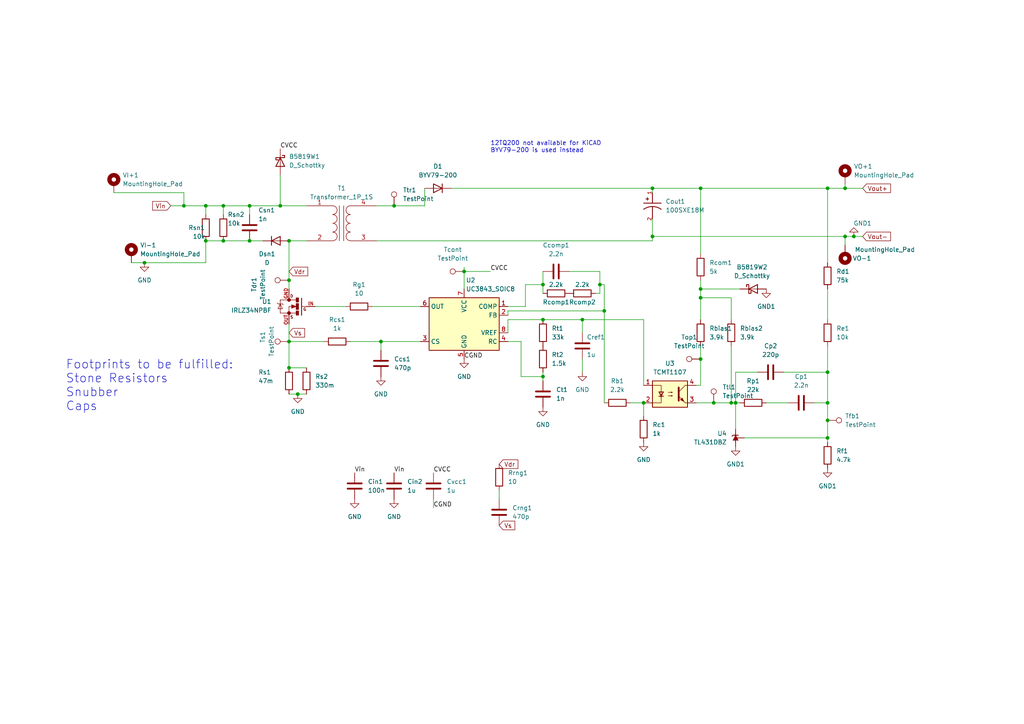
<source format=kicad_sch>
(kicad_sch (version 20211123) (generator eeschema)

  (uuid 5bde76b1-5fa8-4310-bfc5-6d8f2967e1e0)

  (paper "A4")

  (lib_symbols
    (symbol "100SXE18M:100SXE18M" (pin_names (offset 1.016)) (in_bom yes) (on_board yes)
      (property "Reference" "C" (id 0) (at -5.08 3.81 0)
        (effects (font (size 1.27 1.27)) (justify left bottom))
      )
      (property "Value" "100SXE18M" (id 1) (at -5.08 -5.08 0)
        (effects (font (size 1.27 1.27)) (justify left bottom))
      )
      (property "Footprint" "CAPPRD500W60D1000H1300" (id 2) (at 0 0 0)
        (effects (font (size 1.27 1.27)) (justify bottom) hide)
      )
      (property "Datasheet" "" (id 3) (at 0 0 0)
        (effects (font (size 1.27 1.27)) hide)
      )
      (property "PARTREV" "5-Mar-21" (id 4) (at 0 0 0)
        (effects (font (size 1.27 1.27)) (justify bottom) hide)
      )
      (property "MANUFACTURER" "Panasonic" (id 5) (at 0 0 0)
        (effects (font (size 1.27 1.27)) (justify bottom) hide)
      )
      (property "MAXIMUM_PACKAGE_HEIGHT" "13.0 mm" (id 6) (at 0 0 0)
        (effects (font (size 1.27 1.27)) (justify bottom) hide)
      )
      (property "STANDARD" "IPC-7351B" (id 7) (at 0 0 0)
        (effects (font (size 1.27 1.27)) (justify bottom) hide)
      )
      (symbol "100SXE18M_0_0"
        (rectangle (start -3.713 -1.532) (end -2.824 -1.405)
          (stroke (width 0.1) (type default) (color 0 0 0 0))
          (fill (type outline))
        )
        (rectangle (start -3.332 -1.913) (end -3.205 -1.024)
          (stroke (width 0.1) (type default) (color 0 0 0 0))
          (fill (type outline))
        )
        (arc (start -0.254 2.54) (mid -1.0549 0) (end -0.254 -2.54)
          (stroke (width 0.254) (type default) (color 0 0 0 0))
          (fill (type none))
        )
        (polyline
          (pts
            (xy -5.08 0)
            (xy -2.032 0)
          )
          (stroke (width 0.254) (type default) (color 0 0 0 0))
          (fill (type none))
        )
        (polyline
          (pts
            (xy -2.032 2.54)
            (xy -2.032 -2.54)
          )
          (stroke (width 0.254) (type default) (color 0 0 0 0))
          (fill (type none))
        )
        (polyline
          (pts
            (xy -1.016 0)
            (xy 2.54 0)
          )
          (stroke (width 0.254) (type default) (color 0 0 0 0))
          (fill (type none))
        )
        (pin passive line (at -5.08 0 0) (length 0)
          (name "~" (effects (font (size 1.016 1.016))))
          (number "1" (effects (font (size 1.016 1.016))))
        )
        (pin passive line (at 2.54 0 180) (length 0)
          (name "~" (effects (font (size 1.016 1.016))))
          (number "2" (effects (font (size 1.016 1.016))))
        )
      )
    )
    (symbol "Connector:TestPoint" (pin_numbers hide) (pin_names (offset 0.762) hide) (in_bom yes) (on_board yes)
      (property "Reference" "TP" (id 0) (at 0 6.858 0)
        (effects (font (size 1.27 1.27)))
      )
      (property "Value" "TestPoint" (id 1) (at 0 5.08 0)
        (effects (font (size 1.27 1.27)))
      )
      (property "Footprint" "" (id 2) (at 5.08 0 0)
        (effects (font (size 1.27 1.27)) hide)
      )
      (property "Datasheet" "~" (id 3) (at 5.08 0 0)
        (effects (font (size 1.27 1.27)) hide)
      )
      (property "ki_keywords" "test point tp" (id 4) (at 0 0 0)
        (effects (font (size 1.27 1.27)) hide)
      )
      (property "ki_description" "test point" (id 5) (at 0 0 0)
        (effects (font (size 1.27 1.27)) hide)
      )
      (property "ki_fp_filters" "Pin* Test*" (id 6) (at 0 0 0)
        (effects (font (size 1.27 1.27)) hide)
      )
      (symbol "TestPoint_0_1"
        (circle (center 0 3.302) (radius 0.762)
          (stroke (width 0) (type default) (color 0 0 0 0))
          (fill (type none))
        )
      )
      (symbol "TestPoint_1_1"
        (pin passive line (at 0 0 90) (length 2.54)
          (name "1" (effects (font (size 1.27 1.27))))
          (number "1" (effects (font (size 1.27 1.27))))
        )
      )
    )
    (symbol "Device:C" (pin_numbers hide) (pin_names (offset 0.254)) (in_bom yes) (on_board yes)
      (property "Reference" "C" (id 0) (at 0.635 2.54 0)
        (effects (font (size 1.27 1.27)) (justify left))
      )
      (property "Value" "C" (id 1) (at 0.635 -2.54 0)
        (effects (font (size 1.27 1.27)) (justify left))
      )
      (property "Footprint" "" (id 2) (at 0.9652 -3.81 0)
        (effects (font (size 1.27 1.27)) hide)
      )
      (property "Datasheet" "~" (id 3) (at 0 0 0)
        (effects (font (size 1.27 1.27)) hide)
      )
      (property "ki_keywords" "cap capacitor" (id 4) (at 0 0 0)
        (effects (font (size 1.27 1.27)) hide)
      )
      (property "ki_description" "Unpolarized capacitor" (id 5) (at 0 0 0)
        (effects (font (size 1.27 1.27)) hide)
      )
      (property "ki_fp_filters" "C_*" (id 6) (at 0 0 0)
        (effects (font (size 1.27 1.27)) hide)
      )
      (symbol "C_0_1"
        (polyline
          (pts
            (xy -2.032 -0.762)
            (xy 2.032 -0.762)
          )
          (stroke (width 0.508) (type default) (color 0 0 0 0))
          (fill (type none))
        )
        (polyline
          (pts
            (xy -2.032 0.762)
            (xy 2.032 0.762)
          )
          (stroke (width 0.508) (type default) (color 0 0 0 0))
          (fill (type none))
        )
      )
      (symbol "C_1_1"
        (pin passive line (at 0 3.81 270) (length 2.794)
          (name "~" (effects (font (size 1.27 1.27))))
          (number "1" (effects (font (size 1.27 1.27))))
        )
        (pin passive line (at 0 -3.81 90) (length 2.794)
          (name "~" (effects (font (size 1.27 1.27))))
          (number "2" (effects (font (size 1.27 1.27))))
        )
      )
    )
    (symbol "Device:D" (pin_numbers hide) (pin_names (offset 1.016) hide) (in_bom yes) (on_board yes)
      (property "Reference" "D" (id 0) (at 0 2.54 0)
        (effects (font (size 1.27 1.27)))
      )
      (property "Value" "D" (id 1) (at 0 -2.54 0)
        (effects (font (size 1.27 1.27)))
      )
      (property "Footprint" "" (id 2) (at 0 0 0)
        (effects (font (size 1.27 1.27)) hide)
      )
      (property "Datasheet" "~" (id 3) (at 0 0 0)
        (effects (font (size 1.27 1.27)) hide)
      )
      (property "ki_keywords" "diode" (id 4) (at 0 0 0)
        (effects (font (size 1.27 1.27)) hide)
      )
      (property "ki_description" "Diode" (id 5) (at 0 0 0)
        (effects (font (size 1.27 1.27)) hide)
      )
      (property "ki_fp_filters" "TO-???* *_Diode_* *SingleDiode* D_*" (id 6) (at 0 0 0)
        (effects (font (size 1.27 1.27)) hide)
      )
      (symbol "D_0_1"
        (polyline
          (pts
            (xy -1.27 1.27)
            (xy -1.27 -1.27)
          )
          (stroke (width 0.254) (type default) (color 0 0 0 0))
          (fill (type none))
        )
        (polyline
          (pts
            (xy 1.27 0)
            (xy -1.27 0)
          )
          (stroke (width 0) (type default) (color 0 0 0 0))
          (fill (type none))
        )
        (polyline
          (pts
            (xy 1.27 1.27)
            (xy 1.27 -1.27)
            (xy -1.27 0)
            (xy 1.27 1.27)
          )
          (stroke (width 0.254) (type default) (color 0 0 0 0))
          (fill (type none))
        )
      )
      (symbol "D_1_1"
        (pin passive line (at -3.81 0 0) (length 2.54)
          (name "K" (effects (font (size 1.27 1.27))))
          (number "1" (effects (font (size 1.27 1.27))))
        )
        (pin passive line (at 3.81 0 180) (length 2.54)
          (name "A" (effects (font (size 1.27 1.27))))
          (number "2" (effects (font (size 1.27 1.27))))
        )
      )
    )
    (symbol "Device:D_Schottky" (pin_numbers hide) (pin_names (offset 1.016) hide) (in_bom yes) (on_board yes)
      (property "Reference" "D" (id 0) (at 0 2.54 0)
        (effects (font (size 1.27 1.27)))
      )
      (property "Value" "D_Schottky" (id 1) (at 0 -2.54 0)
        (effects (font (size 1.27 1.27)))
      )
      (property "Footprint" "" (id 2) (at 0 0 0)
        (effects (font (size 1.27 1.27)) hide)
      )
      (property "Datasheet" "~" (id 3) (at 0 0 0)
        (effects (font (size 1.27 1.27)) hide)
      )
      (property "ki_keywords" "diode Schottky" (id 4) (at 0 0 0)
        (effects (font (size 1.27 1.27)) hide)
      )
      (property "ki_description" "Schottky diode" (id 5) (at 0 0 0)
        (effects (font (size 1.27 1.27)) hide)
      )
      (property "ki_fp_filters" "TO-???* *_Diode_* *SingleDiode* D_*" (id 6) (at 0 0 0)
        (effects (font (size 1.27 1.27)) hide)
      )
      (symbol "D_Schottky_0_1"
        (polyline
          (pts
            (xy 1.27 0)
            (xy -1.27 0)
          )
          (stroke (width 0) (type default) (color 0 0 0 0))
          (fill (type none))
        )
        (polyline
          (pts
            (xy 1.27 1.27)
            (xy 1.27 -1.27)
            (xy -1.27 0)
            (xy 1.27 1.27)
          )
          (stroke (width 0.254) (type default) (color 0 0 0 0))
          (fill (type none))
        )
        (polyline
          (pts
            (xy -1.905 0.635)
            (xy -1.905 1.27)
            (xy -1.27 1.27)
            (xy -1.27 -1.27)
            (xy -0.635 -1.27)
            (xy -0.635 -0.635)
          )
          (stroke (width 0.254) (type default) (color 0 0 0 0))
          (fill (type none))
        )
      )
      (symbol "D_Schottky_1_1"
        (pin passive line (at -3.81 0 0) (length 2.54)
          (name "K" (effects (font (size 1.27 1.27))))
          (number "1" (effects (font (size 1.27 1.27))))
        )
        (pin passive line (at 3.81 0 180) (length 2.54)
          (name "A" (effects (font (size 1.27 1.27))))
          (number "2" (effects (font (size 1.27 1.27))))
        )
      )
    )
    (symbol "Device:R" (pin_numbers hide) (pin_names (offset 0)) (in_bom yes) (on_board yes)
      (property "Reference" "R" (id 0) (at 2.032 0 90)
        (effects (font (size 1.27 1.27)))
      )
      (property "Value" "R" (id 1) (at 0 0 90)
        (effects (font (size 1.27 1.27)))
      )
      (property "Footprint" "" (id 2) (at -1.778 0 90)
        (effects (font (size 1.27 1.27)) hide)
      )
      (property "Datasheet" "~" (id 3) (at 0 0 0)
        (effects (font (size 1.27 1.27)) hide)
      )
      (property "ki_keywords" "R res resistor" (id 4) (at 0 0 0)
        (effects (font (size 1.27 1.27)) hide)
      )
      (property "ki_description" "Resistor" (id 5) (at 0 0 0)
        (effects (font (size 1.27 1.27)) hide)
      )
      (property "ki_fp_filters" "R_*" (id 6) (at 0 0 0)
        (effects (font (size 1.27 1.27)) hide)
      )
      (symbol "R_0_1"
        (rectangle (start -1.016 -2.54) (end 1.016 2.54)
          (stroke (width 0.254) (type default) (color 0 0 0 0))
          (fill (type none))
        )
      )
      (symbol "R_1_1"
        (pin passive line (at 0 3.81 270) (length 1.27)
          (name "~" (effects (font (size 1.27 1.27))))
          (number "1" (effects (font (size 1.27 1.27))))
        )
        (pin passive line (at 0 -3.81 90) (length 1.27)
          (name "~" (effects (font (size 1.27 1.27))))
          (number "2" (effects (font (size 1.27 1.27))))
        )
      )
    )
    (symbol "Device:Transformer_1P_1S" (pin_names (offset 1.016) hide) (in_bom yes) (on_board yes)
      (property "Reference" "T" (id 0) (at 0 6.35 0)
        (effects (font (size 1.27 1.27)))
      )
      (property "Value" "Transformer_1P_1S" (id 1) (at 0 -7.62 0)
        (effects (font (size 1.27 1.27)))
      )
      (property "Footprint" "" (id 2) (at 0 0 0)
        (effects (font (size 1.27 1.27)) hide)
      )
      (property "Datasheet" "~" (id 3) (at 0 0 0)
        (effects (font (size 1.27 1.27)) hide)
      )
      (property "ki_keywords" "transformer coil magnet" (id 4) (at 0 0 0)
        (effects (font (size 1.27 1.27)) hide)
      )
      (property "ki_description" "Transformer, single primary, single secondary" (id 5) (at 0 0 0)
        (effects (font (size 1.27 1.27)) hide)
      )
      (symbol "Transformer_1P_1S_0_1"
        (arc (start -2.54 -5.0546) (mid -1.6599 -4.6901) (end -1.27 -3.81)
          (stroke (width 0) (type default) (color 0 0 0 0))
          (fill (type none))
        )
        (arc (start -2.54 -2.5146) (mid -1.6599 -2.1501) (end -1.27 -1.27)
          (stroke (width 0) (type default) (color 0 0 0 0))
          (fill (type none))
        )
        (arc (start -2.54 0.0254) (mid -1.6599 0.3899) (end -1.27 1.27)
          (stroke (width 0) (type default) (color 0 0 0 0))
          (fill (type none))
        )
        (arc (start -2.54 2.5654) (mid -1.6599 2.9299) (end -1.27 3.81)
          (stroke (width 0) (type default) (color 0 0 0 0))
          (fill (type none))
        )
        (arc (start -1.27 -3.81) (mid -1.642 -2.912) (end -2.54 -2.54)
          (stroke (width 0) (type default) (color 0 0 0 0))
          (fill (type none))
        )
        (arc (start -1.27 -1.27) (mid -1.642 -0.372) (end -2.54 0)
          (stroke (width 0) (type default) (color 0 0 0 0))
          (fill (type none))
        )
        (arc (start -1.27 1.27) (mid -1.642 2.168) (end -2.54 2.54)
          (stroke (width 0) (type default) (color 0 0 0 0))
          (fill (type none))
        )
        (arc (start -1.27 3.81) (mid -1.642 4.708) (end -2.54 5.08)
          (stroke (width 0) (type default) (color 0 0 0 0))
          (fill (type none))
        )
        (polyline
          (pts
            (xy -0.635 5.08)
            (xy -0.635 -5.08)
          )
          (stroke (width 0) (type default) (color 0 0 0 0))
          (fill (type none))
        )
        (polyline
          (pts
            (xy 0.635 -5.08)
            (xy 0.635 5.08)
          )
          (stroke (width 0) (type default) (color 0 0 0 0))
          (fill (type none))
        )
        (arc (start 1.2954 -1.27) (mid 1.6599 -2.1501) (end 2.54 -2.5146)
          (stroke (width 0) (type default) (color 0 0 0 0))
          (fill (type none))
        )
        (arc (start 1.2954 1.27) (mid 1.6599 0.3899) (end 2.54 0.0254)
          (stroke (width 0) (type default) (color 0 0 0 0))
          (fill (type none))
        )
        (arc (start 1.2954 3.81) (mid 1.6599 2.9299) (end 2.54 2.5654)
          (stroke (width 0) (type default) (color 0 0 0 0))
          (fill (type none))
        )
        (arc (start 1.3208 -3.81) (mid 1.6853 -4.6901) (end 2.5654 -5.0546)
          (stroke (width 0) (type default) (color 0 0 0 0))
          (fill (type none))
        )
        (arc (start 2.54 0) (mid 1.642 -0.372) (end 1.2954 -1.27)
          (stroke (width 0) (type default) (color 0 0 0 0))
          (fill (type none))
        )
        (arc (start 2.54 2.54) (mid 1.642 2.168) (end 1.2954 1.27)
          (stroke (width 0) (type default) (color 0 0 0 0))
          (fill (type none))
        )
        (arc (start 2.54 5.08) (mid 1.642 4.708) (end 1.2954 3.81)
          (stroke (width 0) (type default) (color 0 0 0 0))
          (fill (type none))
        )
        (arc (start 2.5654 -2.54) (mid 1.6674 -2.912) (end 1.3208 -3.81)
          (stroke (width 0) (type default) (color 0 0 0 0))
          (fill (type none))
        )
      )
      (symbol "Transformer_1P_1S_1_1"
        (pin passive line (at -10.16 5.08 0) (length 7.62)
          (name "AA" (effects (font (size 1.27 1.27))))
          (number "1" (effects (font (size 1.27 1.27))))
        )
        (pin passive line (at -10.16 -5.08 0) (length 7.62)
          (name "AB" (effects (font (size 1.27 1.27))))
          (number "2" (effects (font (size 1.27 1.27))))
        )
        (pin passive line (at 10.16 -5.08 180) (length 7.62)
          (name "SA" (effects (font (size 1.27 1.27))))
          (number "3" (effects (font (size 1.27 1.27))))
        )
        (pin passive line (at 10.16 5.08 180) (length 7.62)
          (name "SB" (effects (font (size 1.27 1.27))))
          (number "4" (effects (font (size 1.27 1.27))))
        )
      )
    )
    (symbol "Diode:BYV79-200" (pin_numbers hide) (pin_names hide) (in_bom yes) (on_board yes)
      (property "Reference" "D" (id 0) (at 0 2.54 0)
        (effects (font (size 1.27 1.27)))
      )
      (property "Value" "BYV79-200" (id 1) (at 0 -2.54 0)
        (effects (font (size 1.27 1.27)))
      )
      (property "Footprint" "Package_TO_SOT_THT:TO-220-2_Vertical" (id 2) (at 0 -4.445 0)
        (effects (font (size 1.27 1.27)) hide)
      )
      (property "Datasheet" "http://pdf.datasheetcatalog.com/datasheet/philips/BYV79-100.pdf" (id 3) (at 0 0 0)
        (effects (font (size 1.27 1.27)) hide)
      )
      (property "ki_keywords" "diode" (id 4) (at 0 0 0)
        (effects (font (size 1.27 1.27)) hide)
      )
      (property "ki_description" "200V 14A Ultrafast Rectifier Diode, TO-220" (id 5) (at 0 0 0)
        (effects (font (size 1.27 1.27)) hide)
      )
      (property "ki_fp_filters" "TO?220*" (id 6) (at 0 0 0)
        (effects (font (size 1.27 1.27)) hide)
      )
      (symbol "BYV79-200_0_1"
        (polyline
          (pts
            (xy -1.27 1.27)
            (xy -1.27 -1.27)
          )
          (stroke (width 0.254) (type default) (color 0 0 0 0))
          (fill (type none))
        )
        (polyline
          (pts
            (xy 1.27 0)
            (xy -1.27 0)
          )
          (stroke (width 0) (type default) (color 0 0 0 0))
          (fill (type none))
        )
        (polyline
          (pts
            (xy 1.27 1.27)
            (xy 1.27 -1.27)
            (xy -1.27 0)
            (xy 1.27 1.27)
          )
          (stroke (width 0.254) (type default) (color 0 0 0 0))
          (fill (type none))
        )
      )
      (symbol "BYV79-200_1_1"
        (pin passive line (at -3.81 0 0) (length 2.54)
          (name "K" (effects (font (size 1.27 1.27))))
          (number "1" (effects (font (size 1.27 1.27))))
        )
        (pin passive line (at 3.81 0 180) (length 2.54)
          (name "A" (effects (font (size 1.27 1.27))))
          (number "2" (effects (font (size 1.27 1.27))))
        )
      )
    )
    (symbol "IRLZ34NPBF:IRLZ34NPBF" (pin_names (offset 1.016)) (in_bom yes) (on_board yes)
      (property "Reference" "U" (id 0) (at 5.0855 2.5428 0)
        (effects (font (size 1.27 1.27)) (justify left bottom))
      )
      (property "Value" "IRLZ34NPBF" (id 1) (at 5.0848 0 0)
        (effects (font (size 1.27 1.27)) (justify left bottom))
      )
      (property "Footprint" "TO-220(2)" (id 2) (at 0 0 0)
        (effects (font (size 1.27 1.27)) (justify bottom) hide)
      )
      (property "Datasheet" "" (id 3) (at 0 0 0)
        (effects (font (size 1.27 1.27)) hide)
      )
      (symbol "IRLZ34NPBF_0_0"
        (rectangle (start -2.7995 1.2725) (end -2.032 2.54)
          (stroke (width 0.1) (type default) (color 0 0 0 0))
          (fill (type outline))
        )
        (rectangle (start -2.7973 -2.543) (end -2.032 -1.27)
          (stroke (width 0.1) (type default) (color 0 0 0 0))
          (fill (type outline))
        )
        (rectangle (start -2.7962 -0.8897) (end -2.032 0.889)
          (stroke (width 0.1) (type default) (color 0 0 0 0))
          (fill (type outline))
        )
        (circle (center 0 -1.905) (radius 0.127)
          (stroke (width 0.4064) (type default) (color 0 0 0 0))
          (fill (type none))
        )
        (polyline
          (pts
            (xy -3.81 0)
            (xy -5.08 0)
          )
          (stroke (width 0.1524) (type default) (color 0 0 0 0))
          (fill (type none))
        )
        (polyline
          (pts
            (xy -3.6576 2.413)
            (xy -3.6576 -2.54)
          )
          (stroke (width 0.254) (type default) (color 0 0 0 0))
          (fill (type none))
        )
        (polyline
          (pts
            (xy -2.032 -1.905)
            (xy 0 -1.905)
          )
          (stroke (width 0.1524) (type default) (color 0 0 0 0))
          (fill (type none))
        )
        (polyline
          (pts
            (xy -2.032 0)
            (xy -0.762 -0.508)
          )
          (stroke (width 0.1524) (type default) (color 0 0 0 0))
          (fill (type none))
        )
        (polyline
          (pts
            (xy -1.778 0)
            (xy -0.889 -0.254)
          )
          (stroke (width 0.3048) (type default) (color 0 0 0 0))
          (fill (type none))
        )
        (polyline
          (pts
            (xy -0.889 -0.254)
            (xy -0.889 0)
          )
          (stroke (width 0.3048) (type default) (color 0 0 0 0))
          (fill (type none))
        )
        (polyline
          (pts
            (xy -0.889 0)
            (xy -1.143 0)
          )
          (stroke (width 0.3048) (type default) (color 0 0 0 0))
          (fill (type none))
        )
        (polyline
          (pts
            (xy -0.889 0)
            (xy 0 0)
          )
          (stroke (width 0.1524) (type default) (color 0 0 0 0))
          (fill (type none))
        )
        (polyline
          (pts
            (xy -0.889 0.254)
            (xy -1.778 0)
          )
          (stroke (width 0.3048) (type default) (color 0 0 0 0))
          (fill (type none))
        )
        (polyline
          (pts
            (xy -0.762 -0.508)
            (xy -0.762 0.508)
          )
          (stroke (width 0.1524) (type default) (color 0 0 0 0))
          (fill (type none))
        )
        (polyline
          (pts
            (xy -0.762 0.508)
            (xy -2.032 0)
          )
          (stroke (width 0.1524) (type default) (color 0 0 0 0))
          (fill (type none))
        )
        (polyline
          (pts
            (xy 0 -1.905)
            (xy 0 -2.54)
          )
          (stroke (width 0.1524) (type default) (color 0 0 0 0))
          (fill (type none))
        )
        (polyline
          (pts
            (xy 0 0)
            (xy 0 -1.905)
          )
          (stroke (width 0.1524) (type default) (color 0 0 0 0))
          (fill (type none))
        )
        (polyline
          (pts
            (xy 0 1.905)
            (xy -2.0066 1.905)
          )
          (stroke (width 0.1524) (type default) (color 0 0 0 0))
          (fill (type none))
        )
        (polyline
          (pts
            (xy 0 1.905)
            (xy 2.54 1.905)
          )
          (stroke (width 0.1524) (type default) (color 0 0 0 0))
          (fill (type none))
        )
        (polyline
          (pts
            (xy 0 2.54)
            (xy 0 1.905)
          )
          (stroke (width 0.1524) (type default) (color 0 0 0 0))
          (fill (type none))
        )
        (polyline
          (pts
            (xy 1.905 -0.635)
            (xy 3.175 -0.635)
          )
          (stroke (width 0.1524) (type default) (color 0 0 0 0))
          (fill (type none))
        )
        (polyline
          (pts
            (xy 1.905 0.762)
            (xy 1.651 0.508)
          )
          (stroke (width 0.1524) (type default) (color 0 0 0 0))
          (fill (type none))
        )
        (polyline
          (pts
            (xy 1.905 0.762)
            (xy 2.54 0.762)
          )
          (stroke (width 0.1524) (type default) (color 0 0 0 0))
          (fill (type none))
        )
        (polyline
          (pts
            (xy 2.54 -1.905)
            (xy 0 -1.905)
          )
          (stroke (width 0.1524) (type default) (color 0 0 0 0))
          (fill (type none))
        )
        (polyline
          (pts
            (xy 2.54 0.762)
            (xy 1.905 -0.635)
          )
          (stroke (width 0.1524) (type default) (color 0 0 0 0))
          (fill (type none))
        )
        (polyline
          (pts
            (xy 2.54 0.762)
            (xy 2.54 -1.905)
          )
          (stroke (width 0.1524) (type default) (color 0 0 0 0))
          (fill (type none))
        )
        (polyline
          (pts
            (xy 2.54 0.762)
            (xy 3.175 0.762)
          )
          (stroke (width 0.1524) (type default) (color 0 0 0 0))
          (fill (type none))
        )
        (polyline
          (pts
            (xy 2.54 1.905)
            (xy 2.54 0.762)
          )
          (stroke (width 0.1524) (type default) (color 0 0 0 0))
          (fill (type none))
        )
        (polyline
          (pts
            (xy 3.175 -0.635)
            (xy 2.54 0.762)
          )
          (stroke (width 0.1524) (type default) (color 0 0 0 0))
          (fill (type none))
        )
        (polyline
          (pts
            (xy 3.175 0.762)
            (xy 3.429 1.016)
          )
          (stroke (width 0.1524) (type default) (color 0 0 0 0))
          (fill (type none))
        )
        (circle (center 0 1.905) (radius 0.127)
          (stroke (width 0.4064) (type default) (color 0 0 0 0))
          (fill (type none))
        )
        (text "D" (at -1.273 2.5459 0)
          (effects (font (size 0.8147 0.8147)) (justify left bottom))
        )
        (text "G" (at -5.0852 -1.2713 0)
          (effects (font (size 0.8136 0.8136)) (justify left bottom))
        )
        (text "S" (at -1.2708 -3.5583 0)
          (effects (font (size 0.8133 0.8133)) (justify left bottom))
        )
        (pin passive line (at 0 5.08 270) (length 2.54)
          (name "~" (effects (font (size 1.016 1.016))))
          (number "GND" (effects (font (size 1.016 1.016))))
        )
        (pin passive line (at -7.62 0 0) (length 2.54)
          (name "~" (effects (font (size 1.016 1.016))))
          (number "IN" (effects (font (size 1.016 1.016))))
        )
        (pin passive line (at 0 -5.08 90) (length 2.54)
          (name "~" (effects (font (size 1.016 1.016))))
          (number "OUT" (effects (font (size 1.016 1.016))))
        )
      )
    )
    (symbol "Isolator:TCMT1107" (pin_names (offset 1.016)) (in_bom yes) (on_board yes)
      (property "Reference" "U" (id 0) (at 0 5.08 0)
        (effects (font (size 1.27 1.27)))
      )
      (property "Value" "TCMT1107" (id 1) (at 0 -5.08 0)
        (effects (font (size 1.27 1.27)))
      )
      (property "Footprint" "Package_SO:SOP-4_4.4x2.6mm_P1.27mm" (id 2) (at 0 -7.62 0)
        (effects (font (size 1.27 1.27)) hide)
      )
      (property "Datasheet" "http://www.vishay.com/docs/83510/tcmt1100.pdf" (id 3) (at 0 -1.27 0)
        (effects (font (size 1.27 1.27)) (justify left) hide)
      )
      (property "ki_keywords" "NPN DC opto" (id 4) (at 0 0 0)
        (effects (font (size 1.27 1.27)) hide)
      )
      (property "ki_description" "Optocoupler, Vce 70V, CTR 80-160%, Viso 3750V (RMS), SOP-4" (id 5) (at 0 0 0)
        (effects (font (size 1.27 1.27)) hide)
      )
      (property "ki_fp_filters" "SOP*4.4x2.6mm*P1.27mm*" (id 6) (at 0 0 0)
        (effects (font (size 1.27 1.27)) hide)
      )
      (symbol "TCMT1107_1_1"
        (rectangle (start -5.08 3.81) (end 5.08 -3.81)
          (stroke (width 0.254) (type default) (color 0 0 0 0))
          (fill (type background))
        )
        (polyline
          (pts
            (xy -3.175 -0.635)
            (xy -1.905 -0.635)
          )
          (stroke (width 0.254) (type default) (color 0 0 0 0))
          (fill (type none))
        )
        (polyline
          (pts
            (xy 2.54 0.635)
            (xy 4.445 2.54)
          )
          (stroke (width 0) (type default) (color 0 0 0 0))
          (fill (type none))
        )
        (polyline
          (pts
            (xy 4.445 -2.54)
            (xy 2.54 -0.635)
          )
          (stroke (width 0) (type default) (color 0 0 0 0))
          (fill (type outline))
        )
        (polyline
          (pts
            (xy 4.445 -2.54)
            (xy 5.08 -2.54)
          )
          (stroke (width 0) (type default) (color 0 0 0 0))
          (fill (type none))
        )
        (polyline
          (pts
            (xy 4.445 2.54)
            (xy 5.08 2.54)
          )
          (stroke (width 0) (type default) (color 0 0 0 0))
          (fill (type none))
        )
        (polyline
          (pts
            (xy -2.54 -0.635)
            (xy -2.54 -2.54)
            (xy -5.08 -2.54)
          )
          (stroke (width 0) (type default) (color 0 0 0 0))
          (fill (type none))
        )
        (polyline
          (pts
            (xy 2.54 1.905)
            (xy 2.54 -1.905)
            (xy 2.54 -1.905)
          )
          (stroke (width 0.508) (type default) (color 0 0 0 0))
          (fill (type none))
        )
        (polyline
          (pts
            (xy -5.08 2.54)
            (xy -2.54 2.54)
            (xy -2.54 -1.27)
            (xy -2.54 0.635)
          )
          (stroke (width 0) (type default) (color 0 0 0 0))
          (fill (type none))
        )
        (polyline
          (pts
            (xy -2.54 -0.635)
            (xy -3.175 0.635)
            (xy -1.905 0.635)
            (xy -2.54 -0.635)
          )
          (stroke (width 0.254) (type default) (color 0 0 0 0))
          (fill (type none))
        )
        (polyline
          (pts
            (xy -0.508 -0.508)
            (xy 0.762 -0.508)
            (xy 0.381 -0.635)
            (xy 0.381 -0.381)
            (xy 0.762 -0.508)
          )
          (stroke (width 0) (type default) (color 0 0 0 0))
          (fill (type none))
        )
        (polyline
          (pts
            (xy -0.508 0.508)
            (xy 0.762 0.508)
            (xy 0.381 0.381)
            (xy 0.381 0.635)
            (xy 0.762 0.508)
          )
          (stroke (width 0) (type default) (color 0 0 0 0))
          (fill (type none))
        )
        (polyline
          (pts
            (xy 3.048 -1.651)
            (xy 3.556 -1.143)
            (xy 4.064 -2.159)
            (xy 3.048 -1.651)
            (xy 3.048 -1.651)
          )
          (stroke (width 0) (type default) (color 0 0 0 0))
          (fill (type outline))
        )
        (pin passive line (at -7.62 2.54 0) (length 2.54)
          (name "~" (effects (font (size 1.27 1.27))))
          (number "1" (effects (font (size 1.27 1.27))))
        )
        (pin passive line (at -7.62 -2.54 0) (length 2.54)
          (name "~" (effects (font (size 1.27 1.27))))
          (number "2" (effects (font (size 1.27 1.27))))
        )
        (pin passive line (at 7.62 -2.54 180) (length 2.54)
          (name "~" (effects (font (size 1.27 1.27))))
          (number "3" (effects (font (size 1.27 1.27))))
        )
        (pin passive line (at 7.62 2.54 180) (length 2.54)
          (name "~" (effects (font (size 1.27 1.27))))
          (number "4" (effects (font (size 1.27 1.27))))
        )
      )
    )
    (symbol "Mechanical:MountingHole_Pad" (pin_numbers hide) (pin_names (offset 1.016) hide) (in_bom yes) (on_board yes)
      (property "Reference" "H" (id 0) (at 0 6.35 0)
        (effects (font (size 1.27 1.27)))
      )
      (property "Value" "MountingHole_Pad" (id 1) (at 0 4.445 0)
        (effects (font (size 1.27 1.27)))
      )
      (property "Footprint" "" (id 2) (at 0 0 0)
        (effects (font (size 1.27 1.27)) hide)
      )
      (property "Datasheet" "~" (id 3) (at 0 0 0)
        (effects (font (size 1.27 1.27)) hide)
      )
      (property "ki_keywords" "mounting hole" (id 4) (at 0 0 0)
        (effects (font (size 1.27 1.27)) hide)
      )
      (property "ki_description" "Mounting Hole with connection" (id 5) (at 0 0 0)
        (effects (font (size 1.27 1.27)) hide)
      )
      (property "ki_fp_filters" "MountingHole*Pad*" (id 6) (at 0 0 0)
        (effects (font (size 1.27 1.27)) hide)
      )
      (symbol "MountingHole_Pad_0_1"
        (circle (center 0 1.27) (radius 1.27)
          (stroke (width 1.27) (type default) (color 0 0 0 0))
          (fill (type none))
        )
      )
      (symbol "MountingHole_Pad_1_1"
        (pin input line (at 0 -2.54 90) (length 2.54)
          (name "1" (effects (font (size 1.27 1.27))))
          (number "1" (effects (font (size 1.27 1.27))))
        )
      )
    )
    (symbol "Reference_Voltage:TL431DBZ" (pin_numbers hide) (pin_names hide) (in_bom yes) (on_board yes)
      (property "Reference" "U" (id 0) (at -2.54 2.54 0)
        (effects (font (size 1.27 1.27)))
      )
      (property "Value" "TL431DBZ" (id 1) (at 0 -2.54 0)
        (effects (font (size 1.27 1.27)))
      )
      (property "Footprint" "Package_TO_SOT_SMD:SOT-23" (id 2) (at 0 -3.81 0)
        (effects (font (size 1.27 1.27) italic) hide)
      )
      (property "Datasheet" "http://www.ti.com/lit/ds/symlink/tl431.pdf" (id 3) (at 0 0 0)
        (effects (font (size 1.27 1.27) italic) hide)
      )
      (property "ki_keywords" "diode device shunt regulator" (id 4) (at 0 0 0)
        (effects (font (size 1.27 1.27)) hide)
      )
      (property "ki_description" "Shunt Regulator, SOT-23" (id 5) (at 0 0 0)
        (effects (font (size 1.27 1.27)) hide)
      )
      (property "ki_fp_filters" "SOT?23*" (id 6) (at 0 0 0)
        (effects (font (size 1.27 1.27)) hide)
      )
      (symbol "TL431DBZ_0_1"
        (polyline
          (pts
            (xy -1.27 0)
            (xy 0 0)
            (xy 1.27 0)
          )
          (stroke (width 0) (type default) (color 0 0 0 0))
          (fill (type none))
        )
        (polyline
          (pts
            (xy -0.762 0.762)
            (xy 0.762 0)
            (xy -0.762 -0.762)
          )
          (stroke (width 0) (type default) (color 0 0 0 0))
          (fill (type outline))
        )
        (polyline
          (pts
            (xy 0.508 -1.016)
            (xy 0.762 -0.762)
            (xy 0.762 0.762)
            (xy 0.762 0.762)
          )
          (stroke (width 0.254) (type default) (color 0 0 0 0))
          (fill (type none))
        )
      )
      (symbol "TL431DBZ_1_1"
        (pin passive line (at 2.54 0 180) (length 2.54)
          (name "K" (effects (font (size 1.27 1.27))))
          (number "1" (effects (font (size 1.27 1.27))))
        )
        (pin passive line (at 0 2.54 270) (length 2.54)
          (name "REF" (effects (font (size 1.27 1.27))))
          (number "2" (effects (font (size 1.27 1.27))))
        )
        (pin passive line (at -2.54 0 0) (length 2.54)
          (name "A" (effects (font (size 1.27 1.27))))
          (number "3" (effects (font (size 1.27 1.27))))
        )
      )
    )
    (symbol "Regulator_Controller:UC3843_SOIC8" (in_bom yes) (on_board yes)
      (property "Reference" "U" (id 0) (at 3.81 11.43 0)
        (effects (font (size 1.27 1.27)) (justify left))
      )
      (property "Value" "UC3843_SOIC8" (id 1) (at 3.81 8.89 0)
        (effects (font (size 1.27 1.27)) (justify left))
      )
      (property "Footprint" "Package_SO:SOIC-8_3.9x4.9mm_P1.27mm" (id 2) (at 0 -11.43 0)
        (effects (font (size 1.27 1.27)) hide)
      )
      (property "Datasheet" "http://www.ti.com/lit/ds/symlink/uc3842.pdf" (id 3) (at 0 0 0)
        (effects (font (size 1.27 1.27)) hide)
      )
      (property "ki_keywords" "SMPS PWM Controller" (id 4) (at 0 0 0)
        (effects (font (size 1.27 1.27)) hide)
      )
      (property "ki_description" "Current-Mode PWM Controllers, 100% Duty Cycle, 8.4V/7.6V UVLO, SOIC-8" (id 5) (at 0 0 0)
        (effects (font (size 1.27 1.27)) hide)
      )
      (property "ki_fp_filters" "SOIC*3.9x4.9mm*P1.27mm*" (id 6) (at 0 0 0)
        (effects (font (size 1.27 1.27)) hide)
      )
      (symbol "UC3843_SOIC8_0_1"
        (rectangle (start -10.16 -7.62) (end 10.16 7.62)
          (stroke (width 0.254) (type default) (color 0 0 0 0))
          (fill (type background))
        )
      )
      (symbol "UC3843_SOIC8_1_1"
        (pin passive line (at -12.7 5.08 0) (length 2.54)
          (name "COMP" (effects (font (size 1.27 1.27))))
          (number "1" (effects (font (size 1.27 1.27))))
        )
        (pin input line (at -12.7 2.54 0) (length 2.54)
          (name "FB" (effects (font (size 1.27 1.27))))
          (number "2" (effects (font (size 1.27 1.27))))
        )
        (pin input line (at 12.7 -5.08 180) (length 2.54)
          (name "CS" (effects (font (size 1.27 1.27))))
          (number "3" (effects (font (size 1.27 1.27))))
        )
        (pin passive line (at -12.7 -5.08 0) (length 2.54)
          (name "RC" (effects (font (size 1.27 1.27))))
          (number "4" (effects (font (size 1.27 1.27))))
        )
        (pin power_in line (at 0 -10.16 90) (length 2.54)
          (name "GND" (effects (font (size 1.27 1.27))))
          (number "5" (effects (font (size 1.27 1.27))))
        )
        (pin output line (at 12.7 5.08 180) (length 2.54)
          (name "OUT" (effects (font (size 1.27 1.27))))
          (number "6" (effects (font (size 1.27 1.27))))
        )
        (pin power_in line (at 0 10.16 270) (length 2.54)
          (name "VCC" (effects (font (size 1.27 1.27))))
          (number "7" (effects (font (size 1.27 1.27))))
        )
        (pin power_out line (at -12.7 -2.54 0) (length 2.54)
          (name "VREF" (effects (font (size 1.27 1.27))))
          (number "8" (effects (font (size 1.27 1.27))))
        )
      )
    )
    (symbol "power:GND" (power) (pin_names (offset 0)) (in_bom yes) (on_board yes)
      (property "Reference" "#PWR" (id 0) (at 0 -6.35 0)
        (effects (font (size 1.27 1.27)) hide)
      )
      (property "Value" "GND" (id 1) (at 0 -3.81 0)
        (effects (font (size 1.27 1.27)))
      )
      (property "Footprint" "" (id 2) (at 0 0 0)
        (effects (font (size 1.27 1.27)) hide)
      )
      (property "Datasheet" "" (id 3) (at 0 0 0)
        (effects (font (size 1.27 1.27)) hide)
      )
      (property "ki_keywords" "global power" (id 4) (at 0 0 0)
        (effects (font (size 1.27 1.27)) hide)
      )
      (property "ki_description" "Power symbol creates a global label with name \"GND\" , ground" (id 5) (at 0 0 0)
        (effects (font (size 1.27 1.27)) hide)
      )
      (symbol "GND_0_1"
        (polyline
          (pts
            (xy 0 0)
            (xy 0 -1.27)
            (xy 1.27 -1.27)
            (xy 0 -2.54)
            (xy -1.27 -1.27)
            (xy 0 -1.27)
          )
          (stroke (width 0) (type default) (color 0 0 0 0))
          (fill (type none))
        )
      )
      (symbol "GND_1_1"
        (pin power_in line (at 0 0 270) (length 0) hide
          (name "GND" (effects (font (size 1.27 1.27))))
          (number "1" (effects (font (size 1.27 1.27))))
        )
      )
    )
    (symbol "power:GND1" (power) (pin_names (offset 0)) (in_bom yes) (on_board yes)
      (property "Reference" "#PWR" (id 0) (at 0 -6.35 0)
        (effects (font (size 1.27 1.27)) hide)
      )
      (property "Value" "GND1" (id 1) (at 0 -3.81 0)
        (effects (font (size 1.27 1.27)))
      )
      (property "Footprint" "" (id 2) (at 0 0 0)
        (effects (font (size 1.27 1.27)) hide)
      )
      (property "Datasheet" "" (id 3) (at 0 0 0)
        (effects (font (size 1.27 1.27)) hide)
      )
      (property "ki_keywords" "global power" (id 4) (at 0 0 0)
        (effects (font (size 1.27 1.27)) hide)
      )
      (property "ki_description" "Power symbol creates a global label with name \"GND1\" , ground" (id 5) (at 0 0 0)
        (effects (font (size 1.27 1.27)) hide)
      )
      (symbol "GND1_0_1"
        (polyline
          (pts
            (xy 0 0)
            (xy 0 -1.27)
            (xy 1.27 -1.27)
            (xy 0 -2.54)
            (xy -1.27 -1.27)
            (xy 0 -1.27)
          )
          (stroke (width 0) (type default) (color 0 0 0 0))
          (fill (type none))
        )
      )
      (symbol "GND1_1_1"
        (pin power_in line (at 0 0 270) (length 0) hide
          (name "GND1" (effects (font (size 1.27 1.27))))
          (number "1" (effects (font (size 1.27 1.27))))
        )
      )
    )
  )

  (junction (at 64.77 69.85) (diameter 0) (color 0 0 0 0)
    (uuid 00c7e2c3-20cc-43c8-aa25-1d02569f2e2b)
  )
  (junction (at 114.3 59.69) (diameter 0) (color 0 0 0 0)
    (uuid 058d7dfa-dc29-4248-8485-c45d9c2495b0)
  )
  (junction (at 134.62 78.74) (diameter 0) (color 0 0 0 0)
    (uuid 0e96f32a-cce5-4660-9c7b-3e0cbfd8ae4c)
  )
  (junction (at 173.99 82.55) (diameter 0) (color 0 0 0 0)
    (uuid 15579cc4-5256-4f09-be14-fb5f5e659da6)
  )
  (junction (at 245.11 68.58) (diameter 0) (color 0 0 0 0)
    (uuid 16fb5b8a-3f3c-4d1f-8d34-a175e812f62c)
  )
  (junction (at 203.2 83.82) (diameter 0) (color 0 0 0 0)
    (uuid 1f17a0db-b470-4222-9789-0c653b6c61ab)
  )
  (junction (at 240.03 107.95) (diameter 0) (color 0 0 0 0)
    (uuid 240dfce7-c414-43f6-b524-ed72578983fc)
  )
  (junction (at 240.03 127) (diameter 0) (color 0 0 0 0)
    (uuid 242aa35a-ded8-48b7-aff8-644b7bd6e307)
  )
  (junction (at 83.82 81.28) (diameter 0) (color 0 0 0 0)
    (uuid 3b8aa040-526a-4475-b665-1f58d81b9cf2)
  )
  (junction (at 203.2 54.61) (diameter 0) (color 0 0 0 0)
    (uuid 3d472151-60f1-466b-9675-a9b10c03e4fd)
  )
  (junction (at 203.2 104.14) (diameter 0) (color 0 0 0 0)
    (uuid 405a6399-89e2-4940-8c7a-12a60c1fad0c)
  )
  (junction (at 157.48 92.71) (diameter 0) (color 0 0 0 0)
    (uuid 49da6929-c8c0-4ffc-a862-dfef21860047)
  )
  (junction (at 186.69 116.84) (diameter 0) (color 0 0 0 0)
    (uuid 4ad4da7d-08af-4adf-adbf-c346edd8a8d0)
  )
  (junction (at 81.28 59.69) (diameter 0) (color 0 0 0 0)
    (uuid 4e0676e1-48fe-4c34-89a4-7187e91f56ca)
  )
  (junction (at 86.36 114.3) (diameter 0) (color 0 0 0 0)
    (uuid 5919efe2-ed3d-4dd4-a3bc-a734a2e31231)
  )
  (junction (at 59.69 69.85) (diameter 0) (color 0 0 0 0)
    (uuid 60fc2175-a7b7-49a8-90e1-822386e0ec06)
  )
  (junction (at 53.34 59.69) (diameter 0) (color 0 0 0 0)
    (uuid 6c65f3d2-54a4-4d87-b9c1-83eb102d6f4a)
  )
  (junction (at 189.23 54.61) (diameter 0) (color 0 0 0 0)
    (uuid 7e08b628-56d3-4821-a5e1-eb3f33af1ff5)
  )
  (junction (at 64.77 59.69) (diameter 0) (color 0 0 0 0)
    (uuid 84f69025-f899-43ef-9d26-6506deea1f0d)
  )
  (junction (at 83.82 99.06) (diameter 0) (color 0 0 0 0)
    (uuid a22bc314-7cba-40f6-ba96-10fd084d899c)
  )
  (junction (at 83.82 106.68) (diameter 0) (color 0 0 0 0)
    (uuid a3c37b59-844b-4f8d-83ba-b614a28280b9)
  )
  (junction (at 83.82 69.85) (diameter 0) (color 0 0 0 0)
    (uuid a6081ea0-8cbd-48ae-9cc4-5a7fcc7f8896)
  )
  (junction (at 240.03 54.61) (diameter 0) (color 0 0 0 0)
    (uuid a6f655c7-a228-4271-a2d2-bbb9b631718c)
  )
  (junction (at 240.03 116.84) (diameter 0) (color 0 0 0 0)
    (uuid ad327fe0-cdac-4579-88c9-4e3334314cc0)
  )
  (junction (at 212.09 116.84) (diameter 0) (color 0 0 0 0)
    (uuid aee79d64-9872-49ef-a37e-e0ed466bc609)
  )
  (junction (at 157.48 109.22) (diameter 0) (color 0 0 0 0)
    (uuid aef11710-32bf-451f-b31b-4d76a817de08)
  )
  (junction (at 168.91 92.71) (diameter 0) (color 0 0 0 0)
    (uuid b5e54a40-e5da-4ff3-8ada-c167c1edb4d7)
  )
  (junction (at 157.48 82.55) (diameter 0) (color 0 0 0 0)
    (uuid c09b0bc9-6d73-4718-bd30-c549f808ccc7)
  )
  (junction (at 72.39 59.69) (diameter 0) (color 0 0 0 0)
    (uuid c2f59857-bba1-4626-a84c-4a29c6dced2e)
  )
  (junction (at 245.11 54.61) (diameter 0) (color 0 0 0 0)
    (uuid c427fdda-754c-4ce9-83ba-601c2f14c24e)
  )
  (junction (at 189.23 68.58) (diameter 0) (color 0 0 0 0)
    (uuid c5c13a0f-fd47-452b-b474-dbab5ace48ce)
  )
  (junction (at 247.65 68.58) (diameter 0) (color 0 0 0 0)
    (uuid d15ebc32-a951-4dbf-acdf-a39552487342)
  )
  (junction (at 72.39 69.85) (diameter 0) (color 0 0 0 0)
    (uuid d36b4c0e-b8fc-43eb-b0f1-6123ee3d5731)
  )
  (junction (at 175.26 90.17) (diameter 0) (color 0 0 0 0)
    (uuid d6cdd91c-b155-4093-a6e3-6483e57a658b)
  )
  (junction (at 41.91 76.2) (diameter 0) (color 0 0 0 0)
    (uuid e3486aa5-fe47-40b6-bfc5-15a0234607bf)
  )
  (junction (at 203.2 86.36) (diameter 0) (color 0 0 0 0)
    (uuid e5c61929-6220-4e12-b2cb-aee5c1d30f8a)
  )
  (junction (at 240.03 121.92) (diameter 0) (color 0 0 0 0)
    (uuid f1c6ce0f-52aa-408d-99d3-d21d8bf5b099)
  )
  (junction (at 207.01 116.84) (diameter 0) (color 0 0 0 0)
    (uuid f54c6791-6200-437c-9e53-335878c1e099)
  )
  (junction (at 59.69 59.69) (diameter 0) (color 0 0 0 0)
    (uuid fab9e1b7-fa6e-48d7-aaf9-c2cbf54fcc2f)
  )
  (junction (at 213.36 116.84) (diameter 0) (color 0 0 0 0)
    (uuid fb9b55a3-fa78-43e9-8e01-9d9f03319164)
  )
  (junction (at 110.49 99.06) (diameter 0) (color 0 0 0 0)
    (uuid fe2b7576-3793-471c-bc42-261e24042831)
  )

  (wire (pts (xy 53.34 55.88) (xy 53.34 59.69))
    (stroke (width 0) (type default) (color 0 0 0 0))
    (uuid 014a04b4-2618-4281-90b0-c202cc3d07a3)
  )
  (wire (pts (xy 245.11 54.61) (xy 250.19 54.61))
    (stroke (width 0) (type default) (color 0 0 0 0))
    (uuid 04c1a92d-8389-4f25-8fbc-efb12de9d911)
  )
  (wire (pts (xy 157.48 82.55) (xy 157.48 85.09))
    (stroke (width 0) (type default) (color 0 0 0 0))
    (uuid 074d48b3-e25e-475b-b551-d2a4201eac17)
  )
  (wire (pts (xy 215.9 127) (xy 240.03 127))
    (stroke (width 0) (type default) (color 0 0 0 0))
    (uuid 0c35bc55-c8b9-4e12-84cf-ef8580c9499a)
  )
  (wire (pts (xy 245.11 53.34) (xy 245.11 54.61))
    (stroke (width 0) (type default) (color 0 0 0 0))
    (uuid 0cfcde4b-a3aa-4835-bcfc-a2bf2af7400d)
  )
  (wire (pts (xy 240.03 54.61) (xy 240.03 76.2))
    (stroke (width 0) (type default) (color 0 0 0 0))
    (uuid 0dcf3529-f61a-4f54-8a14-1af1be0e6312)
  )
  (wire (pts (xy 222.25 116.84) (xy 228.6 116.84))
    (stroke (width 0) (type default) (color 0 0 0 0))
    (uuid 0e0a3c25-3bbe-4276-8c4d-a4d96e6bfb90)
  )
  (wire (pts (xy 151.13 99.06) (xy 151.13 109.22))
    (stroke (width 0) (type default) (color 0 0 0 0))
    (uuid 10987f02-26bf-4398-81ba-793ea1d2ebf1)
  )
  (wire (pts (xy 83.82 81.28) (xy 83.82 69.85))
    (stroke (width 0) (type default) (color 0 0 0 0))
    (uuid 17eb9e80-ea4f-4b88-8049-aec42059a66c)
  )
  (wire (pts (xy 203.2 111.76) (xy 201.93 111.76))
    (stroke (width 0) (type default) (color 0 0 0 0))
    (uuid 1845cce6-929a-421d-918b-cb88aff3ab38)
  )
  (wire (pts (xy 240.03 54.61) (xy 245.11 54.61))
    (stroke (width 0) (type default) (color 0 0 0 0))
    (uuid 21e1a211-a74f-4441-8f4d-80d2ff5ec778)
  )
  (wire (pts (xy 33.02 55.88) (xy 53.34 55.88))
    (stroke (width 0) (type default) (color 0 0 0 0))
    (uuid 22210f7a-9ab7-49a3-be36-ba559480b194)
  )
  (wire (pts (xy 86.36 114.3) (xy 88.9 114.3))
    (stroke (width 0) (type default) (color 0 0 0 0))
    (uuid 22788480-b846-4d1f-88dc-a4b3e6211628)
  )
  (wire (pts (xy 240.03 107.95) (xy 240.03 116.84))
    (stroke (width 0) (type default) (color 0 0 0 0))
    (uuid 2287a734-318a-4d76-8300-423ef52ef9d0)
  )
  (wire (pts (xy 240.03 127) (xy 240.03 128.27))
    (stroke (width 0) (type default) (color 0 0 0 0))
    (uuid 254f4cd2-a760-4a21-9d6e-c161d4bbf309)
  )
  (wire (pts (xy 203.2 86.36) (xy 212.09 86.36))
    (stroke (width 0) (type default) (color 0 0 0 0))
    (uuid 25e14a32-39a8-4e38-89b8-5a72b2a309f3)
  )
  (wire (pts (xy 240.03 83.82) (xy 240.03 92.71))
    (stroke (width 0) (type default) (color 0 0 0 0))
    (uuid 28bb5eae-68eb-422d-a8e3-db65f9d02619)
  )
  (wire (pts (xy 134.62 78.74) (xy 134.62 83.82))
    (stroke (width 0) (type default) (color 0 0 0 0))
    (uuid 28ead9a8-52d3-4ed3-8c18-e20bd763f639)
  )
  (wire (pts (xy 203.2 83.82) (xy 214.63 83.82))
    (stroke (width 0) (type default) (color 0 0 0 0))
    (uuid 29a9cfd2-847c-4ca7-8d9a-2f9ae622623c)
  )
  (wire (pts (xy 186.69 92.71) (xy 186.69 111.76))
    (stroke (width 0) (type default) (color 0 0 0 0))
    (uuid 2ab98aee-4e08-48e4-80fe-853ff2a09ef9)
  )
  (wire (pts (xy 212.09 116.84) (xy 213.36 116.84))
    (stroke (width 0) (type default) (color 0 0 0 0))
    (uuid 2c6795da-34e3-4cf8-8997-a03e8d34702f)
  )
  (wire (pts (xy 72.39 59.69) (xy 72.39 62.23))
    (stroke (width 0) (type default) (color 0 0 0 0))
    (uuid 2ca7258c-2f38-45c0-a2bd-68dfbb97f6ab)
  )
  (wire (pts (xy 189.23 63.5) (xy 189.23 68.58))
    (stroke (width 0) (type default) (color 0 0 0 0))
    (uuid 2d4e6f36-19a6-4557-95d6-9002fe6d16af)
  )
  (wire (pts (xy 203.2 81.28) (xy 203.2 83.82))
    (stroke (width 0) (type default) (color 0 0 0 0))
    (uuid 2d56e060-61b2-4d31-adcf-56815e2fa5db)
  )
  (wire (pts (xy 147.32 88.9) (xy 152.4 88.9))
    (stroke (width 0) (type default) (color 0 0 0 0))
    (uuid 2e4c6eac-03af-4cd2-b424-5fa194a674fa)
  )
  (wire (pts (xy 213.36 116.84) (xy 213.36 124.46))
    (stroke (width 0) (type default) (color 0 0 0 0))
    (uuid 30c5fe6c-8036-4b89-b9b2-fb5a440c2b63)
  )
  (wire (pts (xy 245.11 68.58) (xy 247.65 68.58))
    (stroke (width 0) (type default) (color 0 0 0 0))
    (uuid 34040429-a90d-423b-bfc0-915adaddb9d6)
  )
  (wire (pts (xy 125.73 147.32) (xy 125.73 144.78))
    (stroke (width 0) (type default) (color 0 0 0 0))
    (uuid 36a8cb99-5596-4cdb-9b63-fa3d6174f8cd)
  )
  (wire (pts (xy 134.62 78.74) (xy 142.24 78.74))
    (stroke (width 0) (type default) (color 0 0 0 0))
    (uuid 3897d16f-3d5d-4ebb-8c97-95e784b2497f)
  )
  (wire (pts (xy 157.48 107.95) (xy 157.48 109.22))
    (stroke (width 0) (type default) (color 0 0 0 0))
    (uuid 3cb0221d-db90-4fc3-b286-c965fcbf932e)
  )
  (wire (pts (xy 175.26 90.17) (xy 175.26 116.84))
    (stroke (width 0) (type default) (color 0 0 0 0))
    (uuid 42e7e2ec-4c06-45ff-a88a-fb7d6701d593)
  )
  (wire (pts (xy 236.22 116.84) (xy 240.03 116.84))
    (stroke (width 0) (type default) (color 0 0 0 0))
    (uuid 43544f55-ed43-4a0c-aa82-f41917cd2930)
  )
  (wire (pts (xy 203.2 54.61) (xy 240.03 54.61))
    (stroke (width 0) (type default) (color 0 0 0 0))
    (uuid 473236c2-0325-47b8-a83c-ef306ef1d15b)
  )
  (wire (pts (xy 147.32 90.17) (xy 175.26 90.17))
    (stroke (width 0) (type default) (color 0 0 0 0))
    (uuid 4951a37f-0074-4ad7-b5fb-284a24c8f194)
  )
  (wire (pts (xy 107.95 88.9) (xy 121.92 88.9))
    (stroke (width 0) (type default) (color 0 0 0 0))
    (uuid 4a55cd5a-d0f6-4908-84d5-66ce5e1f9489)
  )
  (wire (pts (xy 186.69 92.71) (xy 168.91 92.71))
    (stroke (width 0) (type default) (color 0 0 0 0))
    (uuid 4d8518ed-2426-49fd-ab1d-b48a5922eb8d)
  )
  (wire (pts (xy 59.69 69.85) (xy 64.77 69.85))
    (stroke (width 0) (type default) (color 0 0 0 0))
    (uuid 4f6b07e1-6a91-45de-9700-26cfd807a18e)
  )
  (wire (pts (xy 114.3 59.69) (xy 109.22 59.69))
    (stroke (width 0) (type default) (color 0 0 0 0))
    (uuid 52c8577c-57cf-46dd-8afc-7ca642ed8b67)
  )
  (wire (pts (xy 186.69 116.84) (xy 186.69 120.65))
    (stroke (width 0) (type default) (color 0 0 0 0))
    (uuid 560cc68b-ec28-4282-9236-d9ceb003a632)
  )
  (wire (pts (xy 168.91 92.71) (xy 168.91 96.52))
    (stroke (width 0) (type default) (color 0 0 0 0))
    (uuid 5793945e-7dea-4ef7-8a00-348a99c257e8)
  )
  (wire (pts (xy 213.36 116.84) (xy 214.63 116.84))
    (stroke (width 0) (type default) (color 0 0 0 0))
    (uuid 57d2a989-d42c-41d2-bc54-0847a15e5f4e)
  )
  (wire (pts (xy 83.82 69.85) (xy 88.9 69.85))
    (stroke (width 0) (type default) (color 0 0 0 0))
    (uuid 59a3ec0c-c62e-40cc-aae8-a7b8a2c786d0)
  )
  (wire (pts (xy 59.69 59.69) (xy 64.77 59.69))
    (stroke (width 0) (type default) (color 0 0 0 0))
    (uuid 5a62bc98-3591-4cd4-914e-feaa894f54b8)
  )
  (wire (pts (xy 247.65 68.58) (xy 250.19 68.58))
    (stroke (width 0) (type default) (color 0 0 0 0))
    (uuid 5c24c465-f4d3-41ad-b8ce-ea0b4c427191)
  )
  (wire (pts (xy 59.69 69.85) (xy 59.69 76.2))
    (stroke (width 0) (type default) (color 0 0 0 0))
    (uuid 615ecb3a-522d-48d9-a02f-94c3dbe5dee8)
  )
  (wire (pts (xy 212.09 92.71) (xy 212.09 86.36))
    (stroke (width 0) (type default) (color 0 0 0 0))
    (uuid 6493b3e4-14e2-470c-a685-277d08242366)
  )
  (wire (pts (xy 83.82 114.3) (xy 86.36 114.3))
    (stroke (width 0) (type default) (color 0 0 0 0))
    (uuid 67261249-0643-4df9-87de-4f3345171599)
  )
  (wire (pts (xy 101.6 99.06) (xy 110.49 99.06))
    (stroke (width 0) (type default) (color 0 0 0 0))
    (uuid 6989086d-f461-4062-9137-a57ce40edb96)
  )
  (wire (pts (xy 144.78 142.24) (xy 144.78 144.78))
    (stroke (width 0) (type default) (color 0 0 0 0))
    (uuid 69b21cc2-dcc2-4ec7-b1c0-5b480f41ffbc)
  )
  (wire (pts (xy 173.99 82.55) (xy 173.99 85.09))
    (stroke (width 0) (type default) (color 0 0 0 0))
    (uuid 71dcd648-ff20-4c87-a2bc-6b6a02749b82)
  )
  (wire (pts (xy 72.39 59.69) (xy 81.28 59.69))
    (stroke (width 0) (type default) (color 0 0 0 0))
    (uuid 750273e8-7be9-4940-87bc-47d846e9a1fa)
  )
  (wire (pts (xy 189.23 54.61) (xy 189.23 55.88))
    (stroke (width 0) (type default) (color 0 0 0 0))
    (uuid 764e23b2-246b-4dd0-9eec-a61859d6462f)
  )
  (wire (pts (xy 49.53 59.69) (xy 53.34 59.69))
    (stroke (width 0) (type default) (color 0 0 0 0))
    (uuid 78c4d08a-eef3-4323-a168-0acb3fc654a8)
  )
  (wire (pts (xy 123.19 59.69) (xy 114.3 59.69))
    (stroke (width 0) (type default) (color 0 0 0 0))
    (uuid 7a7178cd-6dda-4303-a6fd-b6a23e1bb286)
  )
  (wire (pts (xy 38.1 76.2) (xy 41.91 76.2))
    (stroke (width 0) (type default) (color 0 0 0 0))
    (uuid 7b9cc3da-dd10-4bd3-be54-20e4a50d4b43)
  )
  (wire (pts (xy 81.28 50.8) (xy 81.28 59.69))
    (stroke (width 0) (type default) (color 0 0 0 0))
    (uuid 7ce37bd7-31d1-4440-abe9-1d5d204f1e72)
  )
  (wire (pts (xy 203.2 54.61) (xy 203.2 73.66))
    (stroke (width 0) (type default) (color 0 0 0 0))
    (uuid 7df0f1fe-36ec-43a4-b0f5-ffda488e3b88)
  )
  (wire (pts (xy 147.32 92.71) (xy 147.32 96.52))
    (stroke (width 0) (type default) (color 0 0 0 0))
    (uuid 80ea9fb3-c5b1-4a28-92be-9d34ca8b8d82)
  )
  (wire (pts (xy 134.62 77.47) (xy 134.62 78.74))
    (stroke (width 0) (type default) (color 0 0 0 0))
    (uuid 84e8a37b-6aac-41c3-8f7f-61adb2802424)
  )
  (wire (pts (xy 41.91 76.2) (xy 59.69 76.2))
    (stroke (width 0) (type default) (color 0 0 0 0))
    (uuid 850e91f7-7c2a-4222-b836-7e306a41de1e)
  )
  (wire (pts (xy 240.03 100.33) (xy 240.03 107.95))
    (stroke (width 0) (type default) (color 0 0 0 0))
    (uuid 878a8df9-f020-445b-bb1d-9b60d35c6043)
  )
  (wire (pts (xy 168.91 92.71) (xy 157.48 92.71))
    (stroke (width 0) (type default) (color 0 0 0 0))
    (uuid 8bae6c84-98da-4220-b77e-e85fc074485c)
  )
  (wire (pts (xy 168.91 107.95) (xy 168.91 104.14))
    (stroke (width 0) (type default) (color 0 0 0 0))
    (uuid 8dc33e9d-4e9e-4dd5-acd8-db4b5666e39c)
  )
  (wire (pts (xy 110.49 99.06) (xy 110.49 101.6))
    (stroke (width 0) (type default) (color 0 0 0 0))
    (uuid 8e7dd4c4-b3bd-4c2a-a969-680da9ba5a66)
  )
  (wire (pts (xy 173.99 78.74) (xy 165.1 78.74))
    (stroke (width 0) (type default) (color 0 0 0 0))
    (uuid 8f7fe747-9324-4437-8986-876258b131ef)
  )
  (wire (pts (xy 203.2 100.33) (xy 203.2 104.14))
    (stroke (width 0) (type default) (color 0 0 0 0))
    (uuid 9763d629-b19b-467c-ab4b-ed8c807fee64)
  )
  (wire (pts (xy 182.88 116.84) (xy 186.69 116.84))
    (stroke (width 0) (type default) (color 0 0 0 0))
    (uuid 9d9e1f12-1055-4d2d-b0c3-d92045283264)
  )
  (wire (pts (xy 147.32 90.17) (xy 147.32 91.44))
    (stroke (width 0) (type default) (color 0 0 0 0))
    (uuid a188db8f-7d86-49cb-b1c1-641cb871a5c2)
  )
  (wire (pts (xy 81.28 59.69) (xy 88.9 59.69))
    (stroke (width 0) (type default) (color 0 0 0 0))
    (uuid a8ae8a75-54e5-413c-99ad-956811b4caec)
  )
  (wire (pts (xy 212.09 100.33) (xy 212.09 116.84))
    (stroke (width 0) (type default) (color 0 0 0 0))
    (uuid a8cf36c6-7dbc-4184-963f-e9a538f16ddc)
  )
  (wire (pts (xy 240.03 116.84) (xy 240.03 121.92))
    (stroke (width 0) (type default) (color 0 0 0 0))
    (uuid aa173764-3fa9-4795-a38e-0defcc9e7c24)
  )
  (wire (pts (xy 147.32 99.06) (xy 151.13 99.06))
    (stroke (width 0) (type default) (color 0 0 0 0))
    (uuid aadd3518-ff8c-4976-82d9-3a88624fafc9)
  )
  (wire (pts (xy 72.39 69.85) (xy 76.2 69.85))
    (stroke (width 0) (type default) (color 0 0 0 0))
    (uuid acf8373d-4b45-4d35-a46c-7a2d7ddadd24)
  )
  (wire (pts (xy 245.11 68.58) (xy 245.11 71.12))
    (stroke (width 0) (type default) (color 0 0 0 0))
    (uuid b2e29610-25ab-433c-be78-7b2fa2a1aed1)
  )
  (wire (pts (xy 227.33 107.95) (xy 240.03 107.95))
    (stroke (width 0) (type default) (color 0 0 0 0))
    (uuid b464d345-1431-4c12-88cf-abf7c9776b29)
  )
  (wire (pts (xy 172.72 85.09) (xy 173.99 85.09))
    (stroke (width 0) (type default) (color 0 0 0 0))
    (uuid b4c5959c-d53e-4057-8f35-b8ce1751bed1)
  )
  (wire (pts (xy 110.49 99.06) (xy 121.92 99.06))
    (stroke (width 0) (type default) (color 0 0 0 0))
    (uuid b56ff605-c13f-4943-87d7-0a7dc75f5131)
  )
  (wire (pts (xy 203.2 104.14) (xy 203.2 111.76))
    (stroke (width 0) (type default) (color 0 0 0 0))
    (uuid b6d50d14-a66b-4c51-973a-20619be872a0)
  )
  (wire (pts (xy 123.19 59.69) (xy 123.19 54.61))
    (stroke (width 0) (type default) (color 0 0 0 0))
    (uuid c2862954-b05b-4aac-882f-8e1387bac094)
  )
  (wire (pts (xy 207.01 116.84) (xy 212.09 116.84))
    (stroke (width 0) (type default) (color 0 0 0 0))
    (uuid c36eb72e-1fcd-410f-abca-1b99d422330a)
  )
  (wire (pts (xy 91.44 88.9) (xy 100.33 88.9))
    (stroke (width 0) (type default) (color 0 0 0 0))
    (uuid c4a98856-0f80-4c85-94e2-2c5c23e3eaed)
  )
  (wire (pts (xy 175.26 82.55) (xy 175.26 90.17))
    (stroke (width 0) (type default) (color 0 0 0 0))
    (uuid c57fc495-3e46-4801-be11-7b3996ca7ecc)
  )
  (wire (pts (xy 203.2 83.82) (xy 203.2 86.36))
    (stroke (width 0) (type default) (color 0 0 0 0))
    (uuid c7800ad6-1645-46f1-981f-b7a7c629b02e)
  )
  (wire (pts (xy 64.77 69.85) (xy 72.39 69.85))
    (stroke (width 0) (type default) (color 0 0 0 0))
    (uuid c9c5bac3-d3ec-4301-bbd7-1bd9db6f4a1f)
  )
  (wire (pts (xy 53.34 59.69) (xy 59.69 59.69))
    (stroke (width 0) (type default) (color 0 0 0 0))
    (uuid cca0a6f4-f746-4e85-bc7e-c8fbf10c32d3)
  )
  (wire (pts (xy 64.77 59.69) (xy 64.77 62.23))
    (stroke (width 0) (type default) (color 0 0 0 0))
    (uuid cd22e250-a36d-4ee3-bbb3-44fb9f225b3e)
  )
  (wire (pts (xy 83.82 99.06) (xy 83.82 106.68))
    (stroke (width 0) (type default) (color 0 0 0 0))
    (uuid cdeab426-37bb-423d-8964-1b49a3c767e6)
  )
  (wire (pts (xy 157.48 92.71) (xy 147.32 92.71))
    (stroke (width 0) (type default) (color 0 0 0 0))
    (uuid ce1c711f-7049-4769-b7bb-e7bccf5ddb16)
  )
  (wire (pts (xy 109.22 69.85) (xy 189.23 69.85))
    (stroke (width 0) (type default) (color 0 0 0 0))
    (uuid d0ec6877-ed05-4c03-afc9-1f2a958d64f0)
  )
  (wire (pts (xy 59.69 59.69) (xy 59.69 62.23))
    (stroke (width 0) (type default) (color 0 0 0 0))
    (uuid d1c74dbe-169d-492f-a7bc-6bcdaabc15a0)
  )
  (wire (pts (xy 130.81 54.61) (xy 189.23 54.61))
    (stroke (width 0) (type default) (color 0 0 0 0))
    (uuid d30d0391-9f9b-4bcf-bbb1-03cf79e4c4a7)
  )
  (wire (pts (xy 189.23 69.85) (xy 189.23 68.58))
    (stroke (width 0) (type default) (color 0 0 0 0))
    (uuid d8a552bb-59e9-4546-9cf7-9acb2273877d)
  )
  (wire (pts (xy 157.48 78.74) (xy 157.48 82.55))
    (stroke (width 0) (type default) (color 0 0 0 0))
    (uuid de1aba71-27c5-48d9-bd27-439e6967d247)
  )
  (wire (pts (xy 152.4 82.55) (xy 157.48 82.55))
    (stroke (width 0) (type default) (color 0 0 0 0))
    (uuid e23646f0-1d0f-4e14-9420-ec2cc0d35c1d)
  )
  (wire (pts (xy 213.36 107.95) (xy 213.36 116.84))
    (stroke (width 0) (type default) (color 0 0 0 0))
    (uuid e4d97a1e-c805-40e5-8f0c-4bb9e8a4c0a1)
  )
  (wire (pts (xy 189.23 68.58) (xy 245.11 68.58))
    (stroke (width 0) (type default) (color 0 0 0 0))
    (uuid e577d9be-ff8b-4cf6-8255-42a88718367b)
  )
  (wire (pts (xy 64.77 59.69) (xy 72.39 59.69))
    (stroke (width 0) (type default) (color 0 0 0 0))
    (uuid e5fbc563-e40d-4c7a-b1db-df90c47f1e19)
  )
  (wire (pts (xy 151.13 109.22) (xy 157.48 109.22))
    (stroke (width 0) (type default) (color 0 0 0 0))
    (uuid e7165d53-1531-4cd7-b404-43cea98ea08a)
  )
  (wire (pts (xy 175.26 82.55) (xy 173.99 82.55))
    (stroke (width 0) (type default) (color 0 0 0 0))
    (uuid e7500af7-7647-439b-be40-1cea35d6d1a7)
  )
  (wire (pts (xy 189.23 54.61) (xy 203.2 54.61))
    (stroke (width 0) (type default) (color 0 0 0 0))
    (uuid e76a8381-55bf-4678-b551-422486c9c8eb)
  )
  (wire (pts (xy 157.48 110.49) (xy 157.48 109.22))
    (stroke (width 0) (type default) (color 0 0 0 0))
    (uuid e7975f6b-5ef2-4a97-8d87-c0d7d6f1121d)
  )
  (wire (pts (xy 173.99 78.74) (xy 173.99 82.55))
    (stroke (width 0) (type default) (color 0 0 0 0))
    (uuid ed68c2e7-0714-4001-82a1-e153b20daf6b)
  )
  (wire (pts (xy 219.71 107.95) (xy 213.36 107.95))
    (stroke (width 0) (type default) (color 0 0 0 0))
    (uuid f265a187-cb0a-4365-a1df-dad69abb775b)
  )
  (wire (pts (xy 201.93 116.84) (xy 207.01 116.84))
    (stroke (width 0) (type default) (color 0 0 0 0))
    (uuid f605c743-dee8-4608-8642-e7806b3a077e)
  )
  (wire (pts (xy 83.82 99.06) (xy 93.98 99.06))
    (stroke (width 0) (type default) (color 0 0 0 0))
    (uuid f756ba3a-1a2e-4339-9c65-80416a54c731)
  )
  (wire (pts (xy 83.82 83.82) (xy 83.82 81.28))
    (stroke (width 0) (type default) (color 0 0 0 0))
    (uuid fa2760b9-d84c-433a-b54f-b5d4588bbaad)
  )
  (wire (pts (xy 83.82 106.68) (xy 88.9 106.68))
    (stroke (width 0) (type default) (color 0 0 0 0))
    (uuid fa5da820-36c7-4b47-bd8d-6c8f0d7a220c)
  )
  (wire (pts (xy 152.4 88.9) (xy 152.4 82.55))
    (stroke (width 0) (type default) (color 0 0 0 0))
    (uuid fade32a3-183a-4c57-8d53-540689ec3838)
  )
  (wire (pts (xy 203.2 86.36) (xy 203.2 92.71))
    (stroke (width 0) (type default) (color 0 0 0 0))
    (uuid fb32f461-acfd-4a6d-88df-59dd8235b429)
  )
  (wire (pts (xy 240.03 121.92) (xy 240.03 127))
    (stroke (width 0) (type default) (color 0 0 0 0))
    (uuid fb9b5f04-7a11-43d3-add4-bfdea311abed)
  )
  (wire (pts (xy 83.82 93.98) (xy 83.82 99.06))
    (stroke (width 0) (type default) (color 0 0 0 0))
    (uuid ffdde220-66be-4f0d-a02a-7d1ca54b49bd)
  )

  (text "12TQ200 not available for KiCAD \nBYV79-200 is used instead"
    (at 142.24 44.45 0)
    (effects (font (size 1.27 1.27)) (justify left bottom))
    (uuid dafc5422-78df-4530-acc0-0090e69a7ab8)
  )
  (text "Footprints to be fulfilled:\nStone Resistors\nSnubber\nCaps\n"
    (at 19.05 119.38 0)
    (effects (font (size 2.5 2.5)) (justify left bottom))
    (uuid ecc38ac0-eefd-4a12-94aa-670da0c87321)
  )

  (label "CVCC" (at 81.28 43.18 0)
    (effects (font (size 1.27 1.27)) (justify left bottom))
    (uuid 385be39f-12ba-4662-a2dd-5f1a4b4c6f93)
  )
  (label "CGND" (at 134.62 104.14 0)
    (effects (font (size 1.27 1.27)) (justify left bottom))
    (uuid 9959fa88-a889-4a39-b469-8fca58299714)
  )
  (label "CVCC" (at 142.24 78.74 0)
    (effects (font (size 1.27 1.27)) (justify left bottom))
    (uuid bf1e3913-868a-4818-bfa6-cfe24ef61a4b)
  )
  (label "CGND" (at 125.73 147.32 0)
    (effects (font (size 1.27 1.27)) (justify left bottom))
    (uuid c04712c1-f7d1-4ff1-95f2-6a3f9e3fbf67)
  )
  (label "Vin" (at 102.87 137.16 0)
    (effects (font (size 1.27 1.27)) (justify left bottom))
    (uuid ce2de096-d66a-4a7f-9c41-43e98fa1765d)
  )
  (label "Vin" (at 114.3 137.16 0)
    (effects (font (size 1.27 1.27)) (justify left bottom))
    (uuid d402e2cd-1b5e-4feb-a413-584a51ace69e)
  )
  (label "CVCC" (at 125.73 137.16 0)
    (effects (font (size 1.27 1.27)) (justify left bottom))
    (uuid d6834307-5ec2-4c87-8096-dcbdb10aa99d)
  )

  (global_label "Vout+" (shape input) (at 250.19 54.61 0) (fields_autoplaced)
    (effects (font (size 1.27 1.27)) (justify left))
    (uuid 08cfa915-2c6c-40ad-bd2a-93348f77b204)
    (property "Intersheet References" "${INTERSHEET_REFS}" (id 0) (at 258.2879 54.5306 0)
      (effects (font (size 1.27 1.27)) (justify left) hide)
    )
  )
  (global_label "Vin" (shape input) (at 49.53 59.69 180) (fields_autoplaced)
    (effects (font (size 1.27 1.27)) (justify right))
    (uuid 0bda62f1-3510-405e-b761-f8147092e89a)
    (property "Intersheet References" "${INTERSHEET_REFS}" (id 0) (at 44.2745 59.7694 0)
      (effects (font (size 1.27 1.27)) (justify left) hide)
    )
  )
  (global_label "Vs" (shape input) (at 144.78 152.4 0) (fields_autoplaced)
    (effects (font (size 1.27 1.27)) (justify left))
    (uuid 3dfffcc6-dd71-4776-8cdd-2f588ee15556)
    (property "Intersheet References" "${INTERSHEET_REFS}" (id 0) (at 149.3098 152.3206 0)
      (effects (font (size 1.27 1.27)) (justify left) hide)
    )
  )
  (global_label "Vout-" (shape input) (at 250.19 68.58 0) (fields_autoplaced)
    (effects (font (size 1.27 1.27)) (justify left))
    (uuid 6aaad0a3-e82a-4362-b6e4-39196930053f)
    (property "Intersheet References" "${INTERSHEET_REFS}" (id 0) (at 258.2879 68.5006 0)
      (effects (font (size 1.27 1.27)) (justify left) hide)
    )
  )
  (global_label "Vdr" (shape input) (at 83.82 78.74 0) (fields_autoplaced)
    (effects (font (size 1.27 1.27)) (justify left))
    (uuid 86d89f15-c6b3-4d88-a2e9-532caf282c47)
    (property "Intersheet References" "${INTERSHEET_REFS}" (id 0) (at 89.2569 78.6606 0)
      (effects (font (size 1.27 1.27)) (justify left) hide)
    )
  )
  (global_label "Vs" (shape input) (at 83.82 96.52 0) (fields_autoplaced)
    (effects (font (size 1.27 1.27)) (justify left))
    (uuid b73f6475-cc9f-4e20-bc22-2979cf470c4c)
    (property "Intersheet References" "${INTERSHEET_REFS}" (id 0) (at 88.3498 96.4406 0)
      (effects (font (size 1.27 1.27)) (justify left) hide)
    )
  )
  (global_label "Vdr" (shape input) (at 144.78 134.62 0) (fields_autoplaced)
    (effects (font (size 1.27 1.27)) (justify left))
    (uuid da58bf20-265a-470d-98df-0fbce4703d25)
    (property "Intersheet References" "${INTERSHEET_REFS}" (id 0) (at 150.2169 134.5406 0)
      (effects (font (size 1.27 1.27)) (justify left) hide)
    )
  )

  (symbol (lib_id "power:GND") (at 186.69 128.27 0) (unit 1)
    (in_bom yes) (on_board yes) (fields_autoplaced)
    (uuid 0ff5f969-db61-4588-adeb-7c67207c613a)
    (property "Reference" "#PWR0101" (id 0) (at 186.69 134.62 0)
      (effects (font (size 1.27 1.27)) hide)
    )
    (property "Value" "GND" (id 1) (at 186.69 133.35 0))
    (property "Footprint" "" (id 2) (at 186.69 128.27 0)
      (effects (font (size 1.27 1.27)) hide)
    )
    (property "Datasheet" "" (id 3) (at 186.69 128.27 0)
      (effects (font (size 1.27 1.27)) hide)
    )
    (pin "1" (uuid d7145634-a7ea-40db-9027-bbc68205be67))
  )

  (symbol (lib_id "Device:Transformer_1P_1S") (at 99.06 64.77 0) (unit 1)
    (in_bom yes) (on_board yes) (fields_autoplaced)
    (uuid 15712677-63d4-4ac6-851f-3d65c8288196)
    (property "Reference" "T1" (id 0) (at 99.0727 54.61 0))
    (property "Value" "Transformer_1P_1S" (id 1) (at 99.0727 57.15 0))
    (property "Footprint" "flyback_48V_48W:RM12_B65816" (id 2) (at 99.06 64.77 0)
      (effects (font (size 1.27 1.27)) hide)
    )
    (property "Datasheet" "~" (id 3) (at 99.06 64.77 0)
      (effects (font (size 1.27 1.27)) hide)
    )
    (pin "1" (uuid 62b39b5f-a461-4db2-853f-88831f253e60))
    (pin "2" (uuid c8dd3c4d-232f-4e5f-bbb7-2340cabe7dda))
    (pin "3" (uuid e08a29eb-eb0f-4d15-bb9b-34dbbb68957b))
    (pin "4" (uuid 76264b18-4b96-455c-9be0-0e8f76d1a75e))
  )

  (symbol (lib_id "Device:R") (at 218.44 116.84 270) (unit 1)
    (in_bom yes) (on_board yes) (fields_autoplaced)
    (uuid 17389a69-86fd-457d-90d3-62acb96ddbb0)
    (property "Reference" "Rp1" (id 0) (at 218.44 110.49 90))
    (property "Value" "22k" (id 1) (at 218.44 113.03 90))
    (property "Footprint" "Resistor_SMD:R_1206_3216Metric_Pad1.30x1.75mm_HandSolder" (id 2) (at 218.44 115.062 90)
      (effects (font (size 1.27 1.27)) hide)
    )
    (property "Datasheet" "~" (id 3) (at 218.44 116.84 0)
      (effects (font (size 1.27 1.27)) hide)
    )
    (pin "1" (uuid 0c2078b0-6852-4ef9-b7bc-ab58de83623f))
    (pin "2" (uuid 4e41556a-2364-4a3b-9af6-009097fde314))
  )

  (symbol (lib_id "power:GND") (at 168.91 107.95 0) (unit 1)
    (in_bom yes) (on_board yes) (fields_autoplaced)
    (uuid 1bf17e57-90cc-4a83-b7e7-e476922843bd)
    (property "Reference" "#PWR0113" (id 0) (at 168.91 114.3 0)
      (effects (font (size 1.27 1.27)) hide)
    )
    (property "Value" "GND" (id 1) (at 168.91 113.03 0))
    (property "Footprint" "" (id 2) (at 168.91 107.95 0)
      (effects (font (size 1.27 1.27)) hide)
    )
    (property "Datasheet" "" (id 3) (at 168.91 107.95 0)
      (effects (font (size 1.27 1.27)) hide)
    )
    (pin "1" (uuid 55c806e7-0321-41d8-b482-90e00a597951))
  )

  (symbol (lib_id "Device:D_Schottky") (at 81.28 46.99 270) (unit 1)
    (in_bom yes) (on_board yes) (fields_autoplaced)
    (uuid 1cab99f6-5d9b-4ccc-9c61-846c8b31b7e6)
    (property "Reference" "B5819W1" (id 0) (at 83.82 45.4024 90)
      (effects (font (size 1.27 1.27)) (justify left))
    )
    (property "Value" "D_Schottky" (id 1) (at 83.82 47.9424 90)
      (effects (font (size 1.27 1.27)) (justify left))
    )
    (property "Footprint" "Diode_SMD:D_SOD-123" (id 2) (at 81.28 46.99 0)
      (effects (font (size 1.27 1.27)) hide)
    )
    (property "Datasheet" "~" (id 3) (at 81.28 46.99 0)
      (effects (font (size 1.27 1.27)) hide)
    )
    (pin "1" (uuid e714e88a-d631-4be0-9fe6-1467a220e384))
    (pin "2" (uuid f1d8d333-44fc-493a-a0ac-7d35331f770d))
  )

  (symbol (lib_id "power:GND") (at 134.62 104.14 0) (unit 1)
    (in_bom yes) (on_board yes) (fields_autoplaced)
    (uuid 1d2ba949-aee6-48c0-8268-54ad1976ede2)
    (property "Reference" "#PWR0105" (id 0) (at 134.62 110.49 0)
      (effects (font (size 1.27 1.27)) hide)
    )
    (property "Value" "GND" (id 1) (at 134.62 109.22 0))
    (property "Footprint" "" (id 2) (at 134.62 104.14 0)
      (effects (font (size 1.27 1.27)) hide)
    )
    (property "Datasheet" "" (id 3) (at 134.62 104.14 0)
      (effects (font (size 1.27 1.27)) hide)
    )
    (pin "1" (uuid e87c7241-66a5-43e0-bdc6-a7f6b24624bf))
  )

  (symbol (lib_id "Isolator:TCMT1107") (at 194.31 114.3 0) (unit 1)
    (in_bom yes) (on_board yes) (fields_autoplaced)
    (uuid 1e55fa90-5132-4cc4-8a7d-5dff2ca87d97)
    (property "Reference" "U3" (id 0) (at 194.31 105.41 0))
    (property "Value" "TCMT1107" (id 1) (at 194.31 107.95 0))
    (property "Footprint" "Package_SO:SOP-4_4.4x2.6mm_P1.27mm" (id 2) (at 194.31 121.92 0)
      (effects (font (size 1.27 1.27)) hide)
    )
    (property "Datasheet" "http://www.vishay.com/docs/83510/tcmt1100.pdf" (id 3) (at 194.31 115.57 0)
      (effects (font (size 1.27 1.27)) (justify left) hide)
    )
    (pin "1" (uuid 00cdd1a5-e880-4a45-bbd5-9667a47bd695))
    (pin "2" (uuid 40a56414-d3e9-49ea-abc0-dc14a2113b09))
    (pin "3" (uuid c1fbe0c6-98f2-4993-8afd-9aac7618b12c))
    (pin "4" (uuid a4408704-2f1c-46f3-b219-92b55e4e5792))
  )

  (symbol (lib_id "Device:C") (at 223.52 107.95 270) (unit 1)
    (in_bom yes) (on_board yes) (fields_autoplaced)
    (uuid 268e5f95-6b1a-445c-89ca-cd4ad952dc2a)
    (property "Reference" "Cp2" (id 0) (at 223.52 100.33 90))
    (property "Value" "220p" (id 1) (at 223.52 102.87 90))
    (property "Footprint" "Capacitor_SMD:C_1206_3216Metric_Pad1.33x1.80mm_HandSolder" (id 2) (at 219.71 108.9152 0)
      (effects (font (size 1.27 1.27)) hide)
    )
    (property "Datasheet" "~" (id 3) (at 223.52 107.95 0)
      (effects (font (size 1.27 1.27)) hide)
    )
    (pin "1" (uuid cf150581-70e3-4ac2-8337-bc8b444ec82b))
    (pin "2" (uuid af259e28-f753-4b53-a8da-b6adaaf5cf48))
  )

  (symbol (lib_id "Device:R") (at 212.09 96.52 0) (unit 1)
    (in_bom yes) (on_board yes) (fields_autoplaced)
    (uuid 28212c13-8c1a-49f3-a22f-34968bde941a)
    (property "Reference" "Rbias2" (id 0) (at 214.63 95.2499 0)
      (effects (font (size 1.27 1.27)) (justify left))
    )
    (property "Value" "3.9k" (id 1) (at 214.63 97.7899 0)
      (effects (font (size 1.27 1.27)) (justify left))
    )
    (property "Footprint" "Resistor_SMD:R_1206_3216Metric_Pad1.30x1.75mm_HandSolder" (id 2) (at 210.312 96.52 90)
      (effects (font (size 1.27 1.27)) hide)
    )
    (property "Datasheet" "~" (id 3) (at 212.09 96.52 0)
      (effects (font (size 1.27 1.27)) hide)
    )
    (pin "1" (uuid 5fdec535-c43b-47ff-8ff0-aac3dc74c363))
    (pin "2" (uuid 4dd23995-37cd-45b1-9354-dd7476c02803))
  )

  (symbol (lib_id "Regulator_Controller:UC3843_SOIC8") (at 134.62 93.98 0) (mirror y) (unit 1)
    (in_bom yes) (on_board yes) (fields_autoplaced)
    (uuid 28ba0090-7e84-44ca-9778-4917a596d8d5)
    (property "Reference" "U2" (id 0) (at 135.1406 81.28 0)
      (effects (font (size 1.27 1.27)) (justify right))
    )
    (property "Value" "UC3843_SOIC8" (id 1) (at 135.1406 83.82 0)
      (effects (font (size 1.27 1.27)) (justify right))
    )
    (property "Footprint" "Package_SO:SOIC-8_3.9x4.9mm_P1.27mm" (id 2) (at 134.62 105.41 0)
      (effects (font (size 1.27 1.27)) hide)
    )
    (property "Datasheet" "http://www.ti.com/lit/ds/symlink/uc3842.pdf" (id 3) (at 134.62 93.98 0)
      (effects (font (size 1.27 1.27)) hide)
    )
    (pin "1" (uuid 50794231-4fec-4425-9e7e-6e9dccfb85b8))
    (pin "2" (uuid e8d2dca6-b924-4263-9ecc-9dcaad64afa3))
    (pin "3" (uuid 74a95846-b465-4dac-8abc-bf4bdbf562e4))
    (pin "4" (uuid e5b7dbee-88c2-4940-a9c6-4b25fea6c699))
    (pin "5" (uuid a9b1aa06-64df-4368-a9c1-95fe74ee3250))
    (pin "6" (uuid f3ccbe16-67d4-49e0-a8e4-f06c9aaeb0d1))
    (pin "7" (uuid fbd71c51-880f-463e-b6aa-488d57128eb9))
    (pin "8" (uuid 12703efb-935a-472c-9f57-839a4fb1ed08))
  )

  (symbol (lib_id "Device:R") (at 88.9 110.49 0) (unit 1)
    (in_bom yes) (on_board yes) (fields_autoplaced)
    (uuid 29e99aab-a7bf-4d11-8151-b6912168faa3)
    (property "Reference" "Rs2" (id 0) (at 91.44 109.2199 0)
      (effects (font (size 1.27 1.27)) (justify left))
    )
    (property "Value" "330m" (id 1) (at 91.44 111.7599 0)
      (effects (font (size 1.27 1.27)) (justify left))
    )
    (property "Footprint" "Resistor_SMD:R_2512_6332Metric_Pad1.40x3.35mm_HandSolder" (id 2) (at 87.122 110.49 90)
      (effects (font (size 1.27 1.27)) hide)
    )
    (property "Datasheet" "~" (id 3) (at 88.9 110.49 0)
      (effects (font (size 1.27 1.27)) hide)
    )
    (pin "1" (uuid 62821f4b-4871-40e2-9bbc-4380040c7ff4))
    (pin "2" (uuid 9e137bbf-1ab1-4497-bf13-5992fa50e97a))
  )

  (symbol (lib_id "Mechanical:MountingHole_Pad") (at 33.02 53.34 0) (unit 1)
    (in_bom yes) (on_board yes) (fields_autoplaced)
    (uuid 2c8a2b7b-4c0e-4114-8d7c-a173d3d83089)
    (property "Reference" "VI+1" (id 0) (at 35.56 50.7999 0)
      (effects (font (size 1.27 1.27)) (justify left))
    )
    (property "Value" "MountingHole_Pad" (id 1) (at 35.56 53.3399 0)
      (effects (font (size 1.27 1.27)) (justify left))
    )
    (property "Footprint" "MountingHole:MountingHole_2.2mm_M2_DIN965_Pad" (id 2) (at 33.02 53.34 0)
      (effects (font (size 1.27 1.27)) hide)
    )
    (property "Datasheet" "~" (id 3) (at 33.02 53.34 0)
      (effects (font (size 1.27 1.27)) hide)
    )
    (pin "1" (uuid 5d4a30af-be64-4455-9ceb-ae4b9446bff7))
  )

  (symbol (lib_id "Device:C") (at 161.29 78.74 270) (unit 1)
    (in_bom yes) (on_board yes) (fields_autoplaced)
    (uuid 31da27ed-ed83-4c77-a31e-4268c485a6fa)
    (property "Reference" "Ccomp1" (id 0) (at 161.29 71.12 90))
    (property "Value" "2.2n" (id 1) (at 161.29 73.66 90))
    (property "Footprint" "Capacitor_SMD:C_1206_3216Metric_Pad1.33x1.80mm_HandSolder" (id 2) (at 157.48 79.7052 0)
      (effects (font (size 1.27 1.27)) hide)
    )
    (property "Datasheet" "~" (id 3) (at 161.29 78.74 0)
      (effects (font (size 1.27 1.27)) hide)
    )
    (pin "1" (uuid 44205969-ba24-426b-ae76-aa5134a255cc))
    (pin "2" (uuid ef09d412-bfad-4ca9-87ae-38ae3c6df2c4))
  )

  (symbol (lib_id "power:GND") (at 114.3 144.78 0) (unit 1)
    (in_bom yes) (on_board yes) (fields_autoplaced)
    (uuid 389495a3-c47a-4ec2-92cf-6d51717cf2e6)
    (property "Reference" "#PWR0109" (id 0) (at 114.3 151.13 0)
      (effects (font (size 1.27 1.27)) hide)
    )
    (property "Value" "GND" (id 1) (at 114.3 149.86 0))
    (property "Footprint" "" (id 2) (at 114.3 144.78 0)
      (effects (font (size 1.27 1.27)) hide)
    )
    (property "Datasheet" "" (id 3) (at 114.3 144.78 0)
      (effects (font (size 1.27 1.27)) hide)
    )
    (pin "1" (uuid e119f26a-8346-468e-b5b8-9b72dc9af7a0))
  )

  (symbol (lib_id "Connector:TestPoint") (at 240.03 121.92 270) (unit 1)
    (in_bom yes) (on_board yes) (fields_autoplaced)
    (uuid 3eab7670-4b42-4b37-8c8a-b02378cc8ee0)
    (property "Reference" "Tfb1" (id 0) (at 245.11 120.6499 90)
      (effects (font (size 1.27 1.27)) (justify left))
    )
    (property "Value" "TestPoint" (id 1) (at 245.11 123.1899 90)
      (effects (font (size 1.27 1.27)) (justify left))
    )
    (property "Footprint" "TestPoint:TestPoint_THTPad_D1.0mm_Drill0.5mm" (id 2) (at 240.03 127 0)
      (effects (font (size 1.27 1.27)) hide)
    )
    (property "Datasheet" "~" (id 3) (at 240.03 127 0)
      (effects (font (size 1.27 1.27)) hide)
    )
    (pin "1" (uuid c2046a3f-784a-498c-b969-652cb49b06fb))
  )

  (symbol (lib_id "power:GND1") (at 222.25 83.82 0) (unit 1)
    (in_bom yes) (on_board yes) (fields_autoplaced)
    (uuid 452195fa-a726-4c95-a6ce-ec9ebabb79c0)
    (property "Reference" "#PWR0110" (id 0) (at 222.25 90.17 0)
      (effects (font (size 1.27 1.27)) hide)
    )
    (property "Value" "GND1" (id 1) (at 222.25 88.9 0))
    (property "Footprint" "" (id 2) (at 222.25 83.82 0)
      (effects (font (size 1.27 1.27)) hide)
    )
    (property "Datasheet" "" (id 3) (at 222.25 83.82 0)
      (effects (font (size 1.27 1.27)) hide)
    )
    (pin "1" (uuid f26a5f30-89d5-4a1c-9db5-eccda6b70ab7))
  )

  (symbol (lib_id "100SXE18M:100SXE18M") (at 189.23 60.96 270) (unit 1)
    (in_bom yes) (on_board yes) (fields_autoplaced)
    (uuid 456418ea-c822-4e9e-a78a-1639c9759504)
    (property "Reference" "Cout1" (id 0) (at 193.04 58.4199 90)
      (effects (font (size 1.27 1.27)) (justify left))
    )
    (property "Value" "100SXE18M" (id 1) (at 193.04 60.9599 90)
      (effects (font (size 1.27 1.27)) (justify left))
    )
    (property "Footprint" "100SXE18M:CAPPRD500W60D1000H1300" (id 2) (at 189.23 60.96 0)
      (effects (font (size 1.27 1.27)) (justify bottom) hide)
    )
    (property "Datasheet" "" (id 3) (at 189.23 60.96 0)
      (effects (font (size 1.27 1.27)) hide)
    )
    (property "PARTREV" "5-Mar-21" (id 4) (at 189.23 60.96 0)
      (effects (font (size 1.27 1.27)) (justify bottom) hide)
    )
    (property "MANUFACTURER" "Panasonic" (id 5) (at 189.23 60.96 0)
      (effects (font (size 1.27 1.27)) (justify bottom) hide)
    )
    (property "MAXIMUM_PACKAGE_HEIGHT" "13.0 mm" (id 6) (at 189.23 60.96 0)
      (effects (font (size 1.27 1.27)) (justify bottom) hide)
    )
    (property "STANDARD" "IPC-7351B" (id 7) (at 189.23 60.96 0)
      (effects (font (size 1.27 1.27)) (justify bottom) hide)
    )
    (pin "1" (uuid 55ff3dd3-7cfd-4ff2-895f-89412e03fa09))
    (pin "2" (uuid e79fe1db-ad73-43ca-abe4-aa0702552d43))
  )

  (symbol (lib_id "Device:C") (at 232.41 116.84 270) (unit 1)
    (in_bom yes) (on_board yes) (fields_autoplaced)
    (uuid 48e52df4-a948-44d8-b2c0-44e347a38c71)
    (property "Reference" "Cp1" (id 0) (at 232.41 109.22 90))
    (property "Value" "2.2n" (id 1) (at 232.41 111.76 90))
    (property "Footprint" "Capacitor_SMD:C_1206_3216Metric_Pad1.33x1.80mm_HandSolder" (id 2) (at 228.6 117.8052 0)
      (effects (font (size 1.27 1.27)) hide)
    )
    (property "Datasheet" "~" (id 3) (at 232.41 116.84 0)
      (effects (font (size 1.27 1.27)) hide)
    )
    (pin "1" (uuid 7c99521f-1e46-4ab1-b495-2b54a42c9230))
    (pin "2" (uuid a62cfa41-d935-4484-bdec-731b86074134))
  )

  (symbol (lib_id "Device:R") (at 186.69 124.46 0) (unit 1)
    (in_bom yes) (on_board yes) (fields_autoplaced)
    (uuid 4caebb06-3cb1-4b4c-9452-bdcd77a69d4e)
    (property "Reference" "Rc1" (id 0) (at 189.23 123.1899 0)
      (effects (font (size 1.27 1.27)) (justify left))
    )
    (property "Value" "1k" (id 1) (at 189.23 125.7299 0)
      (effects (font (size 1.27 1.27)) (justify left))
    )
    (property "Footprint" "Resistor_SMD:R_1206_3216Metric_Pad1.30x1.75mm_HandSolder" (id 2) (at 184.912 124.46 90)
      (effects (font (size 1.27 1.27)) hide)
    )
    (property "Datasheet" "~" (id 3) (at 186.69 124.46 0)
      (effects (font (size 1.27 1.27)) hide)
    )
    (pin "1" (uuid ca39faff-4a2e-41a3-a4cd-6f9d05b1b234))
    (pin "2" (uuid c985c265-bb54-4d44-95d7-dde89aad89f0))
  )

  (symbol (lib_id "power:GND") (at 41.91 76.2 0) (unit 1)
    (in_bom yes) (on_board yes) (fields_autoplaced)
    (uuid 53ab9a14-dec9-4c4b-92e6-dc604c91c0b0)
    (property "Reference" "#PWR0111" (id 0) (at 41.91 82.55 0)
      (effects (font (size 1.27 1.27)) hide)
    )
    (property "Value" "GND" (id 1) (at 41.91 81.28 0))
    (property "Footprint" "" (id 2) (at 41.91 76.2 0)
      (effects (font (size 1.27 1.27)) hide)
    )
    (property "Datasheet" "" (id 3) (at 41.91 76.2 0)
      (effects (font (size 1.27 1.27)) hide)
    )
    (pin "1" (uuid 187175fe-6001-4742-9d6f-bb82af6736f1))
  )

  (symbol (lib_id "Device:C") (at 125.73 140.97 0) (unit 1)
    (in_bom yes) (on_board yes) (fields_autoplaced)
    (uuid 594525b5-a48d-42e2-ab03-897efc71bec4)
    (property "Reference" "Cvcc1" (id 0) (at 129.54 139.6999 0)
      (effects (font (size 1.27 1.27)) (justify left))
    )
    (property "Value" "1u" (id 1) (at 129.54 142.2399 0)
      (effects (font (size 1.27 1.27)) (justify left))
    )
    (property "Footprint" "Capacitor_SMD:C_1206_3216Metric_Pad1.33x1.80mm_HandSolder" (id 2) (at 126.6952 144.78 0)
      (effects (font (size 1.27 1.27)) hide)
    )
    (property "Datasheet" "~" (id 3) (at 125.73 140.97 0)
      (effects (font (size 1.27 1.27)) hide)
    )
    (pin "1" (uuid 6f5058a3-e178-47eb-ba24-d2d25dd977f2))
    (pin "2" (uuid 94ec13ac-0545-4cf5-bab9-c57cf11e2e04))
  )

  (symbol (lib_id "Device:R") (at 203.2 96.52 0) (unit 1)
    (in_bom yes) (on_board yes) (fields_autoplaced)
    (uuid 5cc51822-df9c-4e4d-8a74-e3252fb98460)
    (property "Reference" "Rbias1" (id 0) (at 205.74 95.2499 0)
      (effects (font (size 1.27 1.27)) (justify left))
    )
    (property "Value" "3.9k" (id 1) (at 205.74 97.7899 0)
      (effects (font (size 1.27 1.27)) (justify left))
    )
    (property "Footprint" "Resistor_SMD:R_1206_3216Metric_Pad1.30x1.75mm_HandSolder" (id 2) (at 201.422 96.52 90)
      (effects (font (size 1.27 1.27)) hide)
    )
    (property "Datasheet" "~" (id 3) (at 203.2 96.52 0)
      (effects (font (size 1.27 1.27)) hide)
    )
    (pin "1" (uuid 05d8b835-ef78-400f-bb7c-fd76f689cf83))
    (pin "2" (uuid e762b4b2-93bf-4e9d-93eb-4c56de70a7a1))
  )

  (symbol (lib_id "Mechanical:MountingHole_Pad") (at 245.11 73.66 0) (mirror x) (unit 1)
    (in_bom yes) (on_board yes)
    (uuid 5ed06477-cba2-49be-98a6-6b6c941ef47f)
    (property "Reference" "VO-1" (id 0) (at 252.73 74.93 0)
      (effects (font (size 1.27 1.27)) (justify right))
    )
    (property "Value" "MountingHole_Pad" (id 1) (at 265.43 72.39 0)
      (effects (font (size 1.27 1.27)) (justify right))
    )
    (property "Footprint" "MountingHole:MountingHole_2.2mm_M2_DIN965_Pad" (id 2) (at 245.11 73.66 0)
      (effects (font (size 1.27 1.27)) hide)
    )
    (property "Datasheet" "~" (id 3) (at 245.11 73.66 0)
      (effects (font (size 1.27 1.27)) hide)
    )
    (pin "1" (uuid 6af0cb7e-69b1-48ca-b692-db9ab8769b58))
  )

  (symbol (lib_id "Device:R") (at 240.03 132.08 0) (unit 1)
    (in_bom yes) (on_board yes) (fields_autoplaced)
    (uuid 6275c3e0-3cd6-4573-8b8c-7a1d7729f819)
    (property "Reference" "Rf1" (id 0) (at 242.57 130.8099 0)
      (effects (font (size 1.27 1.27)) (justify left))
    )
    (property "Value" "4.7k" (id 1) (at 242.57 133.3499 0)
      (effects (font (size 1.27 1.27)) (justify left))
    )
    (property "Footprint" "Resistor_SMD:R_1206_3216Metric_Pad1.30x1.75mm_HandSolder" (id 2) (at 238.252 132.08 90)
      (effects (font (size 1.27 1.27)) hide)
    )
    (property "Datasheet" "~" (id 3) (at 240.03 132.08 0)
      (effects (font (size 1.27 1.27)) hide)
    )
    (pin "1" (uuid 93b6e5ce-606f-4a46-b3fe-86d0363e4a57))
    (pin "2" (uuid 501ef1ca-947c-4695-b1ac-ae459d58bdef))
  )

  (symbol (lib_id "Device:C") (at 157.48 114.3 0) (unit 1)
    (in_bom yes) (on_board yes) (fields_autoplaced)
    (uuid 630f5404-5bfd-4b8c-9368-8aec56f2deda)
    (property "Reference" "Ct1" (id 0) (at 161.29 113.0299 0)
      (effects (font (size 1.27 1.27)) (justify left))
    )
    (property "Value" "1n" (id 1) (at 161.29 115.5699 0)
      (effects (font (size 1.27 1.27)) (justify left))
    )
    (property "Footprint" "Capacitor_SMD:C_1206_3216Metric_Pad1.33x1.80mm_HandSolder" (id 2) (at 158.4452 118.11 0)
      (effects (font (size 1.27 1.27)) hide)
    )
    (property "Datasheet" "~" (id 3) (at 157.48 114.3 0)
      (effects (font (size 1.27 1.27)) hide)
    )
    (pin "1" (uuid 1d20c819-3981-4256-9a6a-c5e2b8cdab82))
    (pin "2" (uuid e2e9d6f4-2166-422f-a250-090b022ac34a))
  )

  (symbol (lib_id "power:GND") (at 110.49 109.22 0) (unit 1)
    (in_bom yes) (on_board yes) (fields_autoplaced)
    (uuid 642793c0-5303-4511-9974-80dfcfc5413d)
    (property "Reference" "#PWR0104" (id 0) (at 110.49 115.57 0)
      (effects (font (size 1.27 1.27)) hide)
    )
    (property "Value" "GND" (id 1) (at 110.49 114.3 0))
    (property "Footprint" "" (id 2) (at 110.49 109.22 0)
      (effects (font (size 1.27 1.27)) hide)
    )
    (property "Datasheet" "" (id 3) (at 110.49 109.22 0)
      (effects (font (size 1.27 1.27)) hide)
    )
    (pin "1" (uuid 2165279c-8df9-4778-9a21-6c5075835844))
  )

  (symbol (lib_id "Device:R") (at 59.69 66.04 0) (unit 1)
    (in_bom yes) (on_board yes)
    (uuid 6a902e08-8637-421e-9ba1-a1ec5de116f0)
    (property "Reference" "Rsn1" (id 0) (at 54.61 66.04 0)
      (effects (font (size 1.27 1.27)) (justify left))
    )
    (property "Value" "10k" (id 1) (at 55.88 68.58 0)
      (effects (font (size 1.27 1.27)) (justify left))
    )
    (property "Footprint" "Resistor_SMD:R_1206_3216Metric_Pad1.30x1.75mm_HandSolder" (id 2) (at 57.912 66.04 90)
      (effects (font (size 1.27 1.27)) hide)
    )
    (property "Datasheet" "~" (id 3) (at 59.69 66.04 0)
      (effects (font (size 1.27 1.27)) hide)
    )
    (pin "1" (uuid 328f9cd9-7738-47db-8a58-aaf646fe6522))
    (pin "2" (uuid 545560f3-8abe-4beb-82b3-61cee11853ad))
  )

  (symbol (lib_id "Diode:BYV79-200") (at 127 54.61 180) (unit 1)
    (in_bom yes) (on_board yes) (fields_autoplaced)
    (uuid 6b6ed699-2d3e-468a-9688-2b915c38bde6)
    (property "Reference" "D1" (id 0) (at 127 48.26 0))
    (property "Value" "BYV79-200" (id 1) (at 127 50.8 0))
    (property "Footprint" "IRLZ34NPBF:TO-220-2_Vertical" (id 2) (at 127 50.165 0)
      (effects (font (size 1.27 1.27)) hide)
    )
    (property "Datasheet" "http://pdf.datasheetcatalog.com/datasheet/philips/BYV79-100.pdf" (id 3) (at 127 54.61 0)
      (effects (font (size 1.27 1.27)) hide)
    )
    (pin "1" (uuid 39cfbc1c-5f60-4e5a-b614-37ede18afffa))
    (pin "2" (uuid 653f86b7-9c25-459d-bce5-32aba0103379))
  )

  (symbol (lib_id "Mechanical:MountingHole_Pad") (at 38.1 73.66 0) (unit 1)
    (in_bom yes) (on_board yes) (fields_autoplaced)
    (uuid 6d9b5b5c-31cb-4599-a965-a2b3cabccf71)
    (property "Reference" "VI-1" (id 0) (at 40.64 71.1199 0)
      (effects (font (size 1.27 1.27)) (justify left))
    )
    (property "Value" "MountingHole_Pad" (id 1) (at 40.64 73.6599 0)
      (effects (font (size 1.27 1.27)) (justify left))
    )
    (property "Footprint" "MountingHole:MountingHole_2.2mm_M2_DIN965_Pad" (id 2) (at 38.1 73.66 0)
      (effects (font (size 1.27 1.27)) hide)
    )
    (property "Datasheet" "~" (id 3) (at 38.1 73.66 0)
      (effects (font (size 1.27 1.27)) hide)
    )
    (pin "1" (uuid 6d0c5ebd-fd12-458b-87ca-9363e3902c35))
  )

  (symbol (lib_id "Device:R") (at 104.14 88.9 270) (unit 1)
    (in_bom yes) (on_board yes) (fields_autoplaced)
    (uuid 71fbe2c9-fad6-42ca-8056-1f4903603593)
    (property "Reference" "Rg1" (id 0) (at 104.14 82.55 90))
    (property "Value" "10" (id 1) (at 104.14 85.09 90))
    (property "Footprint" "Resistor_SMD:R_1206_3216Metric_Pad1.30x1.75mm_HandSolder" (id 2) (at 104.14 87.122 90)
      (effects (font (size 1.27 1.27)) hide)
    )
    (property "Datasheet" "~" (id 3) (at 104.14 88.9 0)
      (effects (font (size 1.27 1.27)) hide)
    )
    (pin "1" (uuid 4f272d18-6e29-4777-b163-32f03b437f77))
    (pin "2" (uuid 6a07a74c-c294-4954-91a2-766def6dd993))
  )

  (symbol (lib_id "Device:C") (at 110.49 105.41 0) (unit 1)
    (in_bom yes) (on_board yes) (fields_autoplaced)
    (uuid 720efa87-14e8-4d45-9e33-57bb30835377)
    (property "Reference" "Ccs1" (id 0) (at 114.3 104.1399 0)
      (effects (font (size 1.27 1.27)) (justify left))
    )
    (property "Value" "470p" (id 1) (at 114.3 106.6799 0)
      (effects (font (size 1.27 1.27)) (justify left))
    )
    (property "Footprint" "Capacitor_SMD:C_1206_3216Metric_Pad1.33x1.80mm_HandSolder" (id 2) (at 111.4552 109.22 0)
      (effects (font (size 1.27 1.27)) hide)
    )
    (property "Datasheet" "~" (id 3) (at 110.49 105.41 0)
      (effects (font (size 1.27 1.27)) hide)
    )
    (pin "1" (uuid 1910de91-84f1-4c98-8535-2114ae29190d))
    (pin "2" (uuid 4473ca3d-a8b4-4806-bbd9-6bf0c996e0d4))
  )

  (symbol (lib_id "Device:R") (at 240.03 80.01 0) (unit 1)
    (in_bom yes) (on_board yes) (fields_autoplaced)
    (uuid 72516599-f980-4f74-9645-2d47e40a7e5d)
    (property "Reference" "Rd1" (id 0) (at 242.57 78.7399 0)
      (effects (font (size 1.27 1.27)) (justify left))
    )
    (property "Value" "75k" (id 1) (at 242.57 81.2799 0)
      (effects (font (size 1.27 1.27)) (justify left))
    )
    (property "Footprint" "Resistor_SMD:R_1206_3216Metric_Pad1.30x1.75mm_HandSolder" (id 2) (at 238.252 80.01 90)
      (effects (font (size 1.27 1.27)) hide)
    )
    (property "Datasheet" "~" (id 3) (at 240.03 80.01 0)
      (effects (font (size 1.27 1.27)) hide)
    )
    (pin "1" (uuid 7c02cb8f-6452-48f0-a6d5-258c9d8bcf63))
    (pin "2" (uuid 09ece08d-779a-4858-93db-dee8f5fdf99e))
  )

  (symbol (lib_id "Device:D") (at 80.01 69.85 0) (unit 1)
    (in_bom yes) (on_board yes)
    (uuid 73f844f4-bda4-4ef1-b77c-ec38c4cce531)
    (property "Reference" "Dsn1" (id 0) (at 77.47 73.66 0))
    (property "Value" "D" (id 1) (at 77.47 76.2 0))
    (property "Footprint" "Diode_SMD:D_SOD-123" (id 2) (at 80.01 69.85 0)
      (effects (font (size 1.27 1.27)) hide)
    )
    (property "Datasheet" "~" (id 3) (at 80.01 69.85 0)
      (effects (font (size 1.27 1.27)) hide)
    )
    (pin "1" (uuid c5b4b848-c3d5-428f-a323-bb4026c33ccb))
    (pin "2" (uuid c9ce857b-720b-42ae-9beb-34c3770e06c9))
  )

  (symbol (lib_id "Device:R") (at 157.48 104.14 0) (unit 1)
    (in_bom yes) (on_board yes) (fields_autoplaced)
    (uuid 74a2c973-d965-4565-905f-c22da6c8c6cd)
    (property "Reference" "Rt2" (id 0) (at 160.02 102.8699 0)
      (effects (font (size 1.27 1.27)) (justify left))
    )
    (property "Value" "1.5k" (id 1) (at 160.02 105.4099 0)
      (effects (font (size 1.27 1.27)) (justify left))
    )
    (property "Footprint" "Resistor_SMD:R_1206_3216Metric_Pad1.30x1.75mm_HandSolder" (id 2) (at 155.702 104.14 90)
      (effects (font (size 1.27 1.27)) hide)
    )
    (property "Datasheet" "~" (id 3) (at 157.48 104.14 0)
      (effects (font (size 1.27 1.27)) hide)
    )
    (pin "1" (uuid 37f94f54-1da6-4b78-8403-2b8631eb4ae2))
    (pin "2" (uuid d0b13209-ce35-407b-ad6c-cd8aac2e2e0e))
  )

  (symbol (lib_id "power:GND1") (at 213.36 129.54 0) (unit 1)
    (in_bom yes) (on_board yes) (fields_autoplaced)
    (uuid 76bbc3cc-84b0-4ef8-9cd7-ef02868c7529)
    (property "Reference" "#PWR0107" (id 0) (at 213.36 135.89 0)
      (effects (font (size 1.27 1.27)) hide)
    )
    (property "Value" "GND1" (id 1) (at 213.36 134.62 0))
    (property "Footprint" "" (id 2) (at 213.36 129.54 0)
      (effects (font (size 1.27 1.27)) hide)
    )
    (property "Datasheet" "" (id 3) (at 213.36 129.54 0)
      (effects (font (size 1.27 1.27)) hide)
    )
    (pin "1" (uuid 70650112-b26a-47a0-bb90-0f19d48960e9))
  )

  (symbol (lib_id "Connector:TestPoint") (at 83.82 81.28 90) (unit 1)
    (in_bom yes) (on_board yes)
    (uuid 7acac5de-c49e-4f8c-aadd-c059fe409e0b)
    (property "Reference" "Tdr1" (id 0) (at 73.66 82.55 0))
    (property "Value" "TestPoint" (id 1) (at 76.2 82.55 0))
    (property "Footprint" "TestPoint:TestPoint_THTPad_D1.0mm_Drill0.5mm" (id 2) (at 83.82 76.2 0)
      (effects (font (size 1.27 1.27)) hide)
    )
    (property "Datasheet" "~" (id 3) (at 83.82 76.2 0)
      (effects (font (size 1.27 1.27)) hide)
    )
    (pin "1" (uuid ec662b5e-c6b4-4824-88b3-05d82e668315))
  )

  (symbol (lib_id "Device:R") (at 179.07 116.84 270) (unit 1)
    (in_bom yes) (on_board yes) (fields_autoplaced)
    (uuid 839604a9-9667-4d0e-ba71-010483ee7c84)
    (property "Reference" "Rb1" (id 0) (at 179.07 110.49 90))
    (property "Value" "2.2k" (id 1) (at 179.07 113.03 90))
    (property "Footprint" "Resistor_SMD:R_1206_3216Metric_Pad1.30x1.75mm_HandSolder" (id 2) (at 179.07 115.062 90)
      (effects (font (size 1.27 1.27)) hide)
    )
    (property "Datasheet" "~" (id 3) (at 179.07 116.84 0)
      (effects (font (size 1.27 1.27)) hide)
    )
    (pin "1" (uuid 03b3e800-d3f4-4ec7-8547-afe2c260b763))
    (pin "2" (uuid c05c5c75-e83f-4270-a018-51966cf38ada))
  )

  (symbol (lib_id "Connector:TestPoint") (at 207.01 116.84 0) (unit 1)
    (in_bom yes) (on_board yes) (fields_autoplaced)
    (uuid 85e235b2-b140-402c-9870-4b53c13f3130)
    (property "Reference" "Ttl1" (id 0) (at 209.55 112.2679 0)
      (effects (font (size 1.27 1.27)) (justify left))
    )
    (property "Value" "TestPoint" (id 1) (at 209.55 114.8079 0)
      (effects (font (size 1.27 1.27)) (justify left))
    )
    (property "Footprint" "TestPoint:TestPoint_THTPad_D1.0mm_Drill0.5mm" (id 2) (at 212.09 116.84 0)
      (effects (font (size 1.27 1.27)) hide)
    )
    (property "Datasheet" "~" (id 3) (at 212.09 116.84 0)
      (effects (font (size 1.27 1.27)) hide)
    )
    (pin "1" (uuid 00bc77e1-d211-486f-a9a3-079f93548370))
  )

  (symbol (lib_id "Device:R") (at 97.79 99.06 270) (unit 1)
    (in_bom yes) (on_board yes) (fields_autoplaced)
    (uuid 8ef6bf90-e872-42f6-9ef8-a6d15a55a8c7)
    (property "Reference" "Rcs1" (id 0) (at 97.79 92.71 90))
    (property "Value" "1k" (id 1) (at 97.79 95.25 90))
    (property "Footprint" "Resistor_SMD:R_1206_3216Metric_Pad1.30x1.75mm_HandSolder" (id 2) (at 97.79 97.282 90)
      (effects (font (size 1.27 1.27)) hide)
    )
    (property "Datasheet" "~" (id 3) (at 97.79 99.06 0)
      (effects (font (size 1.27 1.27)) hide)
    )
    (pin "1" (uuid e290da12-9dbb-4106-8219-5c8de9c03f2b))
    (pin "2" (uuid 5a6b6872-b10d-4fda-86ed-e20129344882))
  )

  (symbol (lib_id "power:GND") (at 86.36 114.3 0) (unit 1)
    (in_bom yes) (on_board yes) (fields_autoplaced)
    (uuid 90cdfeea-a2e7-47f3-ba26-b06035cbc375)
    (property "Reference" "#PWR0103" (id 0) (at 86.36 120.65 0)
      (effects (font (size 1.27 1.27)) hide)
    )
    (property "Value" "GND" (id 1) (at 86.36 119.38 0))
    (property "Footprint" "" (id 2) (at 86.36 114.3 0)
      (effects (font (size 1.27 1.27)) hide)
    )
    (property "Datasheet" "" (id 3) (at 86.36 114.3 0)
      (effects (font (size 1.27 1.27)) hide)
    )
    (pin "1" (uuid 29edbaca-1083-4b5f-9ac1-4b3d5984c280))
  )

  (symbol (lib_id "Connector:TestPoint") (at 114.3 59.69 0) (unit 1)
    (in_bom yes) (on_board yes) (fields_autoplaced)
    (uuid 90f3f136-876f-4a6e-ad3b-fdcf6bbe5a67)
    (property "Reference" "Ttr1" (id 0) (at 116.84 55.1179 0)
      (effects (font (size 1.27 1.27)) (justify left))
    )
    (property "Value" "TestPoint" (id 1) (at 116.84 57.6579 0)
      (effects (font (size 1.27 1.27)) (justify left))
    )
    (property "Footprint" "TestPoint:TestPoint_THTPad_D1.0mm_Drill0.5mm" (id 2) (at 119.38 59.69 0)
      (effects (font (size 1.27 1.27)) hide)
    )
    (property "Datasheet" "~" (id 3) (at 119.38 59.69 0)
      (effects (font (size 1.27 1.27)) hide)
    )
    (pin "1" (uuid 0745365d-4cb2-4e35-afa9-e84141f452f2))
  )

  (symbol (lib_id "Device:R") (at 144.78 138.43 0) (unit 1)
    (in_bom yes) (on_board yes) (fields_autoplaced)
    (uuid 938c5184-8652-41bb-9570-778e755d10c2)
    (property "Reference" "Rrng1" (id 0) (at 147.32 137.1599 0)
      (effects (font (size 1.27 1.27)) (justify left))
    )
    (property "Value" "10" (id 1) (at 147.32 139.6999 0)
      (effects (font (size 1.27 1.27)) (justify left))
    )
    (property "Footprint" "Resistor_SMD:R_1206_3216Metric_Pad1.30x1.75mm_HandSolder" (id 2) (at 143.002 138.43 90)
      (effects (font (size 1.27 1.27)) hide)
    )
    (property "Datasheet" "~" (id 3) (at 144.78 138.43 0)
      (effects (font (size 1.27 1.27)) hide)
    )
    (pin "1" (uuid af2534af-6596-4828-bf9e-4958e08ded3b))
    (pin "2" (uuid 2f638af5-81be-414b-9d32-e5f753fbd965))
  )

  (symbol (lib_id "Connector:TestPoint") (at 83.82 99.06 90) (unit 1)
    (in_bom yes) (on_board yes)
    (uuid 9824f5a6-654a-4810-a4a6-1234e3d6382c)
    (property "Reference" "Ts1" (id 0) (at 76.2 97.79 0))
    (property "Value" "TestPoint" (id 1) (at 78.74 99.06 0))
    (property "Footprint" "TestPoint:TestPoint_THTPad_D1.0mm_Drill0.5mm" (id 2) (at 83.82 93.98 0)
      (effects (font (size 1.27 1.27)) hide)
    )
    (property "Datasheet" "~" (id 3) (at 83.82 93.98 0)
      (effects (font (size 1.27 1.27)) hide)
    )
    (pin "1" (uuid 5e0d3176-9e25-4967-b7a5-8e16e52b498b))
  )

  (symbol (lib_id "Device:C") (at 114.3 140.97 0) (unit 1)
    (in_bom yes) (on_board yes) (fields_autoplaced)
    (uuid aaba1d91-0173-4e36-8d6a-b915c027f5be)
    (property "Reference" "Cin2" (id 0) (at 118.11 139.6999 0)
      (effects (font (size 1.27 1.27)) (justify left))
    )
    (property "Value" "1u" (id 1) (at 118.11 142.2399 0)
      (effects (font (size 1.27 1.27)) (justify left))
    )
    (property "Footprint" "Capacitor_SMD:C_1206_3216Metric_Pad1.33x1.80mm_HandSolder" (id 2) (at 115.2652 144.78 0)
      (effects (font (size 1.27 1.27)) hide)
    )
    (property "Datasheet" "~" (id 3) (at 114.3 140.97 0)
      (effects (font (size 1.27 1.27)) hide)
    )
    (pin "1" (uuid 59a53b10-1df8-438d-8283-471a4a8cba8b))
    (pin "2" (uuid a8d2256f-0f51-46a8-bcc9-69c138ff9a5f))
  )

  (symbol (lib_id "Device:C") (at 72.39 66.04 0) (unit 1)
    (in_bom yes) (on_board yes)
    (uuid afa8a7c6-a506-4faf-adf8-750547307daf)
    (property "Reference" "Csn1" (id 0) (at 74.93 60.96 0)
      (effects (font (size 1.27 1.27)) (justify left))
    )
    (property "Value" "1n" (id 1) (at 74.93 63.5 0)
      (effects (font (size 1.27 1.27)) (justify left))
    )
    (property "Footprint" "Capacitor_SMD:C_1206_3216Metric_Pad1.33x1.80mm_HandSolder" (id 2) (at 73.3552 69.85 0)
      (effects (font (size 1.27 1.27)) hide)
    )
    (property "Datasheet" "~" (id 3) (at 72.39 66.04 0)
      (effects (font (size 1.27 1.27)) hide)
    )
    (pin "1" (uuid 2c8fe6c0-f69f-40a2-8781-5f2b061f0e62))
    (pin "2" (uuid 35a6d24d-560d-433c-98e4-1f774b3198a2))
  )

  (symbol (lib_id "Device:C") (at 168.91 100.33 0) (unit 1)
    (in_bom yes) (on_board yes)
    (uuid b712e537-4af3-49b9-8548-37e5a21a6cfe)
    (property "Reference" "Cref1" (id 0) (at 170.18 97.79 0)
      (effects (font (size 1.27 1.27)) (justify left))
    )
    (property "Value" "1u" (id 1) (at 170.18 102.87 0)
      (effects (font (size 1.27 1.27)) (justify left))
    )
    (property "Footprint" "Capacitor_SMD:C_1206_3216Metric_Pad1.33x1.80mm_HandSolder" (id 2) (at 169.8752 104.14 0)
      (effects (font (size 1.27 1.27)) hide)
    )
    (property "Datasheet" "~" (id 3) (at 168.91 100.33 0)
      (effects (font (size 1.27 1.27)) hide)
    )
    (pin "1" (uuid 7d2193b2-ee94-4df2-987f-03aad4b80911))
    (pin "2" (uuid 166c310c-818f-491c-aa73-52578062c687))
  )

  (symbol (lib_id "Device:R") (at 161.29 85.09 270) (unit 1)
    (in_bom yes) (on_board yes)
    (uuid b97d7baf-9272-4bda-a0a7-1d6bb3305423)
    (property "Reference" "Rcomp1" (id 0) (at 161.29 87.63 90))
    (property "Value" "2.2k" (id 1) (at 161.29 82.55 90))
    (property "Footprint" "Resistor_SMD:R_1206_3216Metric_Pad1.30x1.75mm_HandSolder" (id 2) (at 161.29 83.312 90)
      (effects (font (size 1.27 1.27)) hide)
    )
    (property "Datasheet" "~" (id 3) (at 161.29 85.09 0)
      (effects (font (size 1.27 1.27)) hide)
    )
    (pin "1" (uuid 3e2102e4-b2ec-43be-8213-96b9c932a020))
    (pin "2" (uuid 00fe3782-e4df-4553-8c88-cc55837d8482))
  )

  (symbol (lib_id "Device:R") (at 240.03 96.52 0) (unit 1)
    (in_bom yes) (on_board yes) (fields_autoplaced)
    (uuid bd9c3cfa-5e04-493b-9fa2-68c30d314d22)
    (property "Reference" "Re1" (id 0) (at 242.57 95.2499 0)
      (effects (font (size 1.27 1.27)) (justify left))
    )
    (property "Value" "10k" (id 1) (at 242.57 97.7899 0)
      (effects (font (size 1.27 1.27)) (justify left))
    )
    (property "Footprint" "Resistor_SMD:R_1206_3216Metric_Pad1.30x1.75mm_HandSolder" (id 2) (at 238.252 96.52 90)
      (effects (font (size 1.27 1.27)) hide)
    )
    (property "Datasheet" "~" (id 3) (at 240.03 96.52 0)
      (effects (font (size 1.27 1.27)) hide)
    )
    (pin "1" (uuid 968c941c-8697-4bd5-9b42-4053d6dd859f))
    (pin "2" (uuid 6c6a5a51-6b6c-4032-bb8a-f2eb928c5cc0))
  )

  (symbol (lib_id "Device:R") (at 64.77 66.04 0) (unit 1)
    (in_bom yes) (on_board yes)
    (uuid c170eead-6ebf-4c82-bc6e-13c186d74452)
    (property "Reference" "Rsn2" (id 0) (at 66.04 62.23 0)
      (effects (font (size 1.27 1.27)) (justify left))
    )
    (property "Value" "10k" (id 1) (at 66.04 64.77 0)
      (effects (font (size 1.27 1.27)) (justify left))
    )
    (property "Footprint" "Resistor_SMD:R_1206_3216Metric_Pad1.30x1.75mm_HandSolder" (id 2) (at 62.992 66.04 90)
      (effects (font (size 1.27 1.27)) hide)
    )
    (property "Datasheet" "~" (id 3) (at 64.77 66.04 0)
      (effects (font (size 1.27 1.27)) hide)
    )
    (pin "1" (uuid 24d9b610-05c4-4cf6-8076-8f3b411729b7))
    (pin "2" (uuid 3abbb468-a7ff-4077-9092-b4877a4a9cb0))
  )

  (symbol (lib_id "Device:R") (at 157.48 96.52 0) (unit 1)
    (in_bom yes) (on_board yes) (fields_autoplaced)
    (uuid ca8804b8-451f-4e49-bcbf-d99501c83018)
    (property "Reference" "Rt1" (id 0) (at 160.02 95.2499 0)
      (effects (font (size 1.27 1.27)) (justify left))
    )
    (property "Value" "33k" (id 1) (at 160.02 97.7899 0)
      (effects (font (size 1.27 1.27)) (justify left))
    )
    (property "Footprint" "Resistor_SMD:R_1206_3216Metric_Pad1.30x1.75mm_HandSolder" (id 2) (at 155.702 96.52 90)
      (effects (font (size 1.27 1.27)) hide)
    )
    (property "Datasheet" "~" (id 3) (at 157.48 96.52 0)
      (effects (font (size 1.27 1.27)) hide)
    )
    (pin "1" (uuid e5866a9a-0eda-484f-b8c6-ff16df58cb9d))
    (pin "2" (uuid 9b40cb16-5320-4727-b334-46d29952be17))
  )

  (symbol (lib_id "Device:R") (at 168.91 85.09 270) (unit 1)
    (in_bom yes) (on_board yes)
    (uuid cb421d97-6961-4425-8bd8-36bff04c35b7)
    (property "Reference" "Rcomp2" (id 0) (at 168.91 87.63 90))
    (property "Value" "2.2k" (id 1) (at 168.91 82.55 90))
    (property "Footprint" "Resistor_SMD:R_1206_3216Metric_Pad1.30x1.75mm_HandSolder" (id 2) (at 168.91 83.312 90)
      (effects (font (size 1.27 1.27)) hide)
    )
    (property "Datasheet" "~" (id 3) (at 168.91 85.09 0)
      (effects (font (size 1.27 1.27)) hide)
    )
    (pin "1" (uuid 84585d7f-467e-4653-82f4-1dc5774d9de9))
    (pin "2" (uuid 4c00c526-7152-41d3-9e47-f061662aae2b))
  )

  (symbol (lib_id "power:GND") (at 157.48 118.11 0) (unit 1)
    (in_bom yes) (on_board yes) (fields_autoplaced)
    (uuid cf674d44-7cd8-4a9d-82bb-ba28fe4ae2b0)
    (property "Reference" "#PWR0102" (id 0) (at 157.48 124.46 0)
      (effects (font (size 1.27 1.27)) hide)
    )
    (property "Value" "GND" (id 1) (at 157.48 123.19 0))
    (property "Footprint" "" (id 2) (at 157.48 118.11 0)
      (effects (font (size 1.27 1.27)) hide)
    )
    (property "Datasheet" "" (id 3) (at 157.48 118.11 0)
      (effects (font (size 1.27 1.27)) hide)
    )
    (pin "1" (uuid a3d87ac1-c03e-4fa6-8559-fbb7d4eaf4c8))
  )

  (symbol (lib_id "Device:R") (at 203.2 77.47 0) (unit 1)
    (in_bom yes) (on_board yes) (fields_autoplaced)
    (uuid d1ea60a1-2749-4690-975a-159d591a5596)
    (property "Reference" "Rcom1" (id 0) (at 205.74 76.1999 0)
      (effects (font (size 1.27 1.27)) (justify left))
    )
    (property "Value" "5k" (id 1) (at 205.74 78.7399 0)
      (effects (font (size 1.27 1.27)) (justify left))
    )
    (property "Footprint" "Resistor_SMD:R_1206_3216Metric_Pad1.30x1.75mm_HandSolder" (id 2) (at 201.422 77.47 90)
      (effects (font (size 1.27 1.27)) hide)
    )
    (property "Datasheet" "~" (id 3) (at 203.2 77.47 0)
      (effects (font (size 1.27 1.27)) hide)
    )
    (pin "1" (uuid 3c6bb2e1-83ed-4f23-82c6-6d62a4d2af4a))
    (pin "2" (uuid 6b464e9e-abb3-4e74-9af8-834b7db2c33f))
  )

  (symbol (lib_id "Device:C") (at 102.87 140.97 0) (unit 1)
    (in_bom yes) (on_board yes) (fields_autoplaced)
    (uuid d5bba99c-9c7c-4efa-be2c-4fe3eb7e66b9)
    (property "Reference" "Cin1" (id 0) (at 106.68 139.6999 0)
      (effects (font (size 1.27 1.27)) (justify left))
    )
    (property "Value" "100n" (id 1) (at 106.68 142.2399 0)
      (effects (font (size 1.27 1.27)) (justify left))
    )
    (property "Footprint" "Capacitor_SMD:C_1206_3216Metric_Pad1.33x1.80mm_HandSolder" (id 2) (at 103.8352 144.78 0)
      (effects (font (size 1.27 1.27)) hide)
    )
    (property "Datasheet" "~" (id 3) (at 102.87 140.97 0)
      (effects (font (size 1.27 1.27)) hide)
    )
    (pin "1" (uuid c7a62e2c-bcde-41d2-8cf0-74a83d4f5d7a))
    (pin "2" (uuid 9c2f6637-fcfe-4516-96ec-47b775410d29))
  )

  (symbol (lib_id "power:GND1") (at 240.03 135.89 0) (unit 1)
    (in_bom yes) (on_board yes) (fields_autoplaced)
    (uuid d6713da2-2195-431d-a1dc-6764b3e7e7cf)
    (property "Reference" "#PWR0106" (id 0) (at 240.03 142.24 0)
      (effects (font (size 1.27 1.27)) hide)
    )
    (property "Value" "GND1" (id 1) (at 240.03 140.97 0))
    (property "Footprint" "" (id 2) (at 240.03 135.89 0)
      (effects (font (size 1.27 1.27)) hide)
    )
    (property "Datasheet" "" (id 3) (at 240.03 135.89 0)
      (effects (font (size 1.27 1.27)) hide)
    )
    (pin "1" (uuid 6589113b-b8c5-49aa-b77d-28f6d38d09c0))
  )

  (symbol (lib_id "Device:D_Schottky") (at 218.44 83.82 0) (unit 1)
    (in_bom yes) (on_board yes) (fields_autoplaced)
    (uuid d9374364-ecf2-411c-8cdd-0f1ec0179adb)
    (property "Reference" "B5819W2" (id 0) (at 218.1225 77.47 0))
    (property "Value" "D_Schottky" (id 1) (at 218.1225 80.01 0))
    (property "Footprint" "Diode_SMD:D_SOD-123" (id 2) (at 218.44 83.82 0)
      (effects (font (size 1.27 1.27)) hide)
    )
    (property "Datasheet" "~" (id 3) (at 218.44 83.82 0)
      (effects (font (size 1.27 1.27)) hide)
    )
    (pin "1" (uuid 3ca8504f-483b-4216-8c5a-54ebf90a92d2))
    (pin "2" (uuid c49f95f4-4825-4b83-ba75-9f60d5cf1646))
  )

  (symbol (lib_id "power:GND") (at 102.87 144.78 0) (unit 1)
    (in_bom yes) (on_board yes) (fields_autoplaced)
    (uuid dc7b28b1-9281-4e54-8808-640c9e1e586f)
    (property "Reference" "#PWR0108" (id 0) (at 102.87 151.13 0)
      (effects (font (size 1.27 1.27)) hide)
    )
    (property "Value" "GND" (id 1) (at 102.87 149.86 0))
    (property "Footprint" "" (id 2) (at 102.87 144.78 0)
      (effects (font (size 1.27 1.27)) hide)
    )
    (property "Datasheet" "" (id 3) (at 102.87 144.78 0)
      (effects (font (size 1.27 1.27)) hide)
    )
    (pin "1" (uuid 83a98b7e-88d9-4385-aefd-49a1f1f66a19))
  )

  (symbol (lib_id "Device:R") (at 83.82 110.49 0) (unit 1)
    (in_bom yes) (on_board yes)
    (uuid e0efab60-a11b-42db-94e8-e7a674973848)
    (property "Reference" "Rs1" (id 0) (at 74.93 107.95 0)
      (effects (font (size 1.27 1.27)) (justify left))
    )
    (property "Value" "47m" (id 1) (at 74.93 110.49 0)
      (effects (font (size 1.27 1.27)) (justify left))
    )
    (property "Footprint" "Resistor_SMD:R_2512_6332Metric_Pad1.40x3.35mm_HandSolder" (id 2) (at 82.042 110.49 90)
      (effects (font (size 1.27 1.27)) hide)
    )
    (property "Datasheet" "~" (id 3) (at 83.82 110.49 0)
      (effects (font (size 1.27 1.27)) hide)
    )
    (pin "1" (uuid f68b5eab-71cc-46ad-ae7e-1bb91424fea7))
    (pin "2" (uuid a44b37b2-bca7-48fc-95aa-ef858e3bbbdf))
  )

  (symbol (lib_id "IRLZ34NPBF:IRLZ34NPBF") (at 83.82 88.9 0) (mirror y) (unit 1)
    (in_bom yes) (on_board yes) (fields_autoplaced)
    (uuid e39bb3e0-2989-4dbb-82fb-6e8d5a49f0b4)
    (property "Reference" "U1" (id 0) (at 78.74 87.4802 0)
      (effects (font (size 1.27 1.27)) (justify left))
    )
    (property "Value" "IRLZ34NPBF" (id 1) (at 78.74 90.0202 0)
      (effects (font (size 1.27 1.27)) (justify left))
    )
    (property "Footprint" "IRLZ34NPBF:TO-220_with_heatsink" (id 2) (at 83.82 88.9 0)
      (effects (font (size 1.27 1.27)) (justify bottom) hide)
    )
    (property "Datasheet" "" (id 3) (at 83.82 88.9 0)
      (effects (font (size 1.27 1.27)) hide)
    )
    (pin "GND" (uuid ccfd8201-1646-45b4-9308-91c075eb9eef))
    (pin "IN" (uuid eabbb832-4814-4606-8f97-4c6dd2304e4c))
    (pin "OUT" (uuid 0f434fea-376a-45fb-b52e-42fb7bae2a11))
  )

  (symbol (lib_id "Connector:TestPoint") (at 134.62 78.74 90) (unit 1)
    (in_bom yes) (on_board yes) (fields_autoplaced)
    (uuid e42ccd35-b90c-4b51-9754-fecd4386b963)
    (property "Reference" "Tcont" (id 0) (at 131.318 72.39 90))
    (property "Value" "TestPoint" (id 1) (at 131.318 74.93 90))
    (property "Footprint" "TestPoint:TestPoint_THTPad_D1.0mm_Drill0.5mm" (id 2) (at 134.62 73.66 0)
      (effects (font (size 1.27 1.27)) hide)
    )
    (property "Datasheet" "~" (id 3) (at 134.62 73.66 0)
      (effects (font (size 1.27 1.27)) hide)
    )
    (pin "1" (uuid 90c9f736-06db-4e27-8e5c-8b1ce7e1fd3a))
  )

  (symbol (lib_id "Connector:TestPoint") (at 203.2 104.14 90) (unit 1)
    (in_bom yes) (on_board yes) (fields_autoplaced)
    (uuid e9c36fa5-7c1b-4285-a898-13541eada965)
    (property "Reference" "Top1" (id 0) (at 199.898 97.79 90))
    (property "Value" "TestPoint" (id 1) (at 199.898 100.33 90))
    (property "Footprint" "TestPoint:TestPoint_THTPad_D1.0mm_Drill0.5mm" (id 2) (at 203.2 99.06 0)
      (effects (font (size 1.27 1.27)) hide)
    )
    (property "Datasheet" "~" (id 3) (at 203.2 99.06 0)
      (effects (font (size 1.27 1.27)) hide)
    )
    (pin "1" (uuid 7e78b0e9-c072-4e8f-bdc5-dcda64b4514c))
  )

  (symbol (lib_id "Device:C") (at 144.78 148.59 0) (unit 1)
    (in_bom yes) (on_board yes) (fields_autoplaced)
    (uuid ea3a5f44-8f7c-4ee0-98f3-55e2cbf03db8)
    (property "Reference" "Crng1" (id 0) (at 148.59 147.3199 0)
      (effects (font (size 1.27 1.27)) (justify left))
    )
    (property "Value" "470p" (id 1) (at 148.59 149.8599 0)
      (effects (font (size 1.27 1.27)) (justify left))
    )
    (property "Footprint" "Capacitor_SMD:C_1206_3216Metric_Pad1.33x1.80mm_HandSolder" (id 2) (at 145.7452 152.4 0)
      (effects (font (size 1.27 1.27)) hide)
    )
    (property "Datasheet" "~" (id 3) (at 144.78 148.59 0)
      (effects (font (size 1.27 1.27)) hide)
    )
    (pin "1" (uuid b5d0e44d-d446-491c-ac0e-82624d66d377))
    (pin "2" (uuid 12df4f54-4091-4cb8-92c4-1434982d8312))
  )

  (symbol (lib_id "Mechanical:MountingHole_Pad") (at 245.11 50.8 0) (unit 1)
    (in_bom yes) (on_board yes) (fields_autoplaced)
    (uuid eb27a624-1734-48ab-a775-99750c2a9810)
    (property "Reference" "VO+1" (id 0) (at 247.65 48.2599 0)
      (effects (font (size 1.27 1.27)) (justify left))
    )
    (property "Value" "MountingHole_Pad" (id 1) (at 247.65 50.7999 0)
      (effects (font (size 1.27 1.27)) (justify left))
    )
    (property "Footprint" "MountingHole:MountingHole_2.2mm_M2_DIN965_Pad" (id 2) (at 245.11 50.8 0)
      (effects (font (size 1.27 1.27)) hide)
    )
    (property "Datasheet" "~" (id 3) (at 245.11 50.8 0)
      (effects (font (size 1.27 1.27)) hide)
    )
    (pin "1" (uuid 77855919-07b8-4c0a-b67c-44fa70f87257))
  )

  (symbol (lib_id "Reference_Voltage:TL431DBZ") (at 213.36 127 270) (mirror x) (unit 1)
    (in_bom yes) (on_board yes) (fields_autoplaced)
    (uuid f75d7ea2-588d-4817-9920-cd4dbc9122b5)
    (property "Reference" "U4" (id 0) (at 210.82 125.7299 90)
      (effects (font (size 1.27 1.27)) (justify right))
    )
    (property "Value" "TL431DBZ" (id 1) (at 210.82 128.2699 90)
      (effects (font (size 1.27 1.27)) (justify right))
    )
    (property "Footprint" "Package_TO_SOT_SMD:SOT-23" (id 2) (at 209.55 127 0)
      (effects (font (size 1.27 1.27) italic) hide)
    )
    (property "Datasheet" "http://www.ti.com/lit/ds/symlink/tl431.pdf" (id 3) (at 213.36 127 0)
      (effects (font (size 1.27 1.27) italic) hide)
    )
    (pin "1" (uuid b582c321-0b77-4adb-b98a-288b39ae3f0d))
    (pin "2" (uuid 044ba45b-043f-4511-b650-576ec21dc330))
    (pin "3" (uuid 86d8efce-457d-4fe6-b63f-8fd5e1d6e6d9))
  )

  (symbol (lib_id "power:GND1") (at 247.65 68.58 180) (unit 1)
    (in_bom yes) (on_board yes)
    (uuid fc061c4d-8675-4e35-8fae-0af723c1ec8a)
    (property "Reference" "#PWR0112" (id 0) (at 247.65 62.23 0)
      (effects (font (size 1.27 1.27)) hide)
    )
    (property "Value" "GND1" (id 1) (at 250.19 64.77 0))
    (property "Footprint" "" (id 2) (at 247.65 68.58 0)
      (effects (font (size 1.27 1.27)) hide)
    )
    (property "Datasheet" "" (id 3) (at 247.65 68.58 0)
      (effects (font (size 1.27 1.27)) hide)
    )
    (pin "1" (uuid 56471dcd-511c-49eb-85cf-85cfacec4621))
  )

  (sheet_instances
    (path "/" (page "1"))
  )

  (symbol_instances
    (path "/0ff5f969-db61-4588-adeb-7c67207c613a"
      (reference "#PWR0101") (unit 1) (value "GND") (footprint "")
    )
    (path "/cf674d44-7cd8-4a9d-82bb-ba28fe4ae2b0"
      (reference "#PWR0102") (unit 1) (value "GND") (footprint "")
    )
    (path "/90cdfeea-a2e7-47f3-ba26-b06035cbc375"
      (reference "#PWR0103") (unit 1) (value "GND") (footprint "")
    )
    (path "/642793c0-5303-4511-9974-80dfcfc5413d"
      (reference "#PWR0104") (unit 1) (value "GND") (footprint "")
    )
    (path "/1d2ba949-aee6-48c0-8268-54ad1976ede2"
      (reference "#PWR0105") (unit 1) (value "GND") (footprint "")
    )
    (path "/d6713da2-2195-431d-a1dc-6764b3e7e7cf"
      (reference "#PWR0106") (unit 1) (value "GND1") (footprint "")
    )
    (path "/76bbc3cc-84b0-4ef8-9cd7-ef02868c7529"
      (reference "#PWR0107") (unit 1) (value "GND1") (footprint "")
    )
    (path "/dc7b28b1-9281-4e54-8808-640c9e1e586f"
      (reference "#PWR0108") (unit 1) (value "GND") (footprint "")
    )
    (path "/389495a3-c47a-4ec2-92cf-6d51717cf2e6"
      (reference "#PWR0109") (unit 1) (value "GND") (footprint "")
    )
    (path "/452195fa-a726-4c95-a6ce-ec9ebabb79c0"
      (reference "#PWR0110") (unit 1) (value "GND1") (footprint "")
    )
    (path "/53ab9a14-dec9-4c4b-92e6-dc604c91c0b0"
      (reference "#PWR0111") (unit 1) (value "GND") (footprint "")
    )
    (path "/fc061c4d-8675-4e35-8fae-0af723c1ec8a"
      (reference "#PWR0112") (unit 1) (value "GND1") (footprint "")
    )
    (path "/1bf17e57-90cc-4a83-b7e7-e476922843bd"
      (reference "#PWR0113") (unit 1) (value "GND") (footprint "")
    )
    (path "/1cab99f6-5d9b-4ccc-9c61-846c8b31b7e6"
      (reference "B5819W1") (unit 1) (value "D_Schottky") (footprint "Diode_SMD:D_SOD-123")
    )
    (path "/d9374364-ecf2-411c-8cdd-0f1ec0179adb"
      (reference "B5819W2") (unit 1) (value "D_Schottky") (footprint "Diode_SMD:D_SOD-123")
    )
    (path "/31da27ed-ed83-4c77-a31e-4268c485a6fa"
      (reference "Ccomp1") (unit 1) (value "2.2n") (footprint "Capacitor_SMD:C_1206_3216Metric_Pad1.33x1.80mm_HandSolder")
    )
    (path "/720efa87-14e8-4d45-9e33-57bb30835377"
      (reference "Ccs1") (unit 1) (value "470p") (footprint "Capacitor_SMD:C_1206_3216Metric_Pad1.33x1.80mm_HandSolder")
    )
    (path "/d5bba99c-9c7c-4efa-be2c-4fe3eb7e66b9"
      (reference "Cin1") (unit 1) (value "100n") (footprint "Capacitor_SMD:C_1206_3216Metric_Pad1.33x1.80mm_HandSolder")
    )
    (path "/aaba1d91-0173-4e36-8d6a-b915c027f5be"
      (reference "Cin2") (unit 1) (value "1u") (footprint "Capacitor_SMD:C_1206_3216Metric_Pad1.33x1.80mm_HandSolder")
    )
    (path "/456418ea-c822-4e9e-a78a-1639c9759504"
      (reference "Cout1") (unit 1) (value "100SXE18M") (footprint "100SXE18M:CAPPRD500W60D1000H1300")
    )
    (path "/48e52df4-a948-44d8-b2c0-44e347a38c71"
      (reference "Cp1") (unit 1) (value "2.2n") (footprint "Capacitor_SMD:C_1206_3216Metric_Pad1.33x1.80mm_HandSolder")
    )
    (path "/268e5f95-6b1a-445c-89ca-cd4ad952dc2a"
      (reference "Cp2") (unit 1) (value "220p") (footprint "Capacitor_SMD:C_1206_3216Metric_Pad1.33x1.80mm_HandSolder")
    )
    (path "/b712e537-4af3-49b9-8548-37e5a21a6cfe"
      (reference "Cref1") (unit 1) (value "1u") (footprint "Capacitor_SMD:C_1206_3216Metric_Pad1.33x1.80mm_HandSolder")
    )
    (path "/ea3a5f44-8f7c-4ee0-98f3-55e2cbf03db8"
      (reference "Crng1") (unit 1) (value "470p") (footprint "Capacitor_SMD:C_1206_3216Metric_Pad1.33x1.80mm_HandSolder")
    )
    (path "/afa8a7c6-a506-4faf-adf8-750547307daf"
      (reference "Csn1") (unit 1) (value "1n") (footprint "Capacitor_SMD:C_1206_3216Metric_Pad1.33x1.80mm_HandSolder")
    )
    (path "/630f5404-5bfd-4b8c-9368-8aec56f2deda"
      (reference "Ct1") (unit 1) (value "1n") (footprint "Capacitor_SMD:C_1206_3216Metric_Pad1.33x1.80mm_HandSolder")
    )
    (path "/594525b5-a48d-42e2-ab03-897efc71bec4"
      (reference "Cvcc1") (unit 1) (value "1u") (footprint "Capacitor_SMD:C_1206_3216Metric_Pad1.33x1.80mm_HandSolder")
    )
    (path "/6b6ed699-2d3e-468a-9688-2b915c38bde6"
      (reference "D1") (unit 1) (value "BYV79-200") (footprint "IRLZ34NPBF:TO-220-2_Vertical")
    )
    (path "/73f844f4-bda4-4ef1-b77c-ec38c4cce531"
      (reference "Dsn1") (unit 1) (value "D") (footprint "Diode_SMD:D_SOD-123")
    )
    (path "/839604a9-9667-4d0e-ba71-010483ee7c84"
      (reference "Rb1") (unit 1) (value "2.2k") (footprint "Resistor_SMD:R_1206_3216Metric_Pad1.30x1.75mm_HandSolder")
    )
    (path "/5cc51822-df9c-4e4d-8a74-e3252fb98460"
      (reference "Rbias1") (unit 1) (value "3.9k") (footprint "Resistor_SMD:R_1206_3216Metric_Pad1.30x1.75mm_HandSolder")
    )
    (path "/28212c13-8c1a-49f3-a22f-34968bde941a"
      (reference "Rbias2") (unit 1) (value "3.9k") (footprint "Resistor_SMD:R_1206_3216Metric_Pad1.30x1.75mm_HandSolder")
    )
    (path "/4caebb06-3cb1-4b4c-9452-bdcd77a69d4e"
      (reference "Rc1") (unit 1) (value "1k") (footprint "Resistor_SMD:R_1206_3216Metric_Pad1.30x1.75mm_HandSolder")
    )
    (path "/d1ea60a1-2749-4690-975a-159d591a5596"
      (reference "Rcom1") (unit 1) (value "5k") (footprint "Resistor_SMD:R_1206_3216Metric_Pad1.30x1.75mm_HandSolder")
    )
    (path "/b97d7baf-9272-4bda-a0a7-1d6bb3305423"
      (reference "Rcomp1") (unit 1) (value "2.2k") (footprint "Resistor_SMD:R_1206_3216Metric_Pad1.30x1.75mm_HandSolder")
    )
    (path "/cb421d97-6961-4425-8bd8-36bff04c35b7"
      (reference "Rcomp2") (unit 1) (value "2.2k") (footprint "Resistor_SMD:R_1206_3216Metric_Pad1.30x1.75mm_HandSolder")
    )
    (path "/8ef6bf90-e872-42f6-9ef8-a6d15a55a8c7"
      (reference "Rcs1") (unit 1) (value "1k") (footprint "Resistor_SMD:R_1206_3216Metric_Pad1.30x1.75mm_HandSolder")
    )
    (path "/72516599-f980-4f74-9645-2d47e40a7e5d"
      (reference "Rd1") (unit 1) (value "75k") (footprint "Resistor_SMD:R_1206_3216Metric_Pad1.30x1.75mm_HandSolder")
    )
    (path "/bd9c3cfa-5e04-493b-9fa2-68c30d314d22"
      (reference "Re1") (unit 1) (value "10k") (footprint "Resistor_SMD:R_1206_3216Metric_Pad1.30x1.75mm_HandSolder")
    )
    (path "/6275c3e0-3cd6-4573-8b8c-7a1d7729f819"
      (reference "Rf1") (unit 1) (value "4.7k") (footprint "Resistor_SMD:R_1206_3216Metric_Pad1.30x1.75mm_HandSolder")
    )
    (path "/71fbe2c9-fad6-42ca-8056-1f4903603593"
      (reference "Rg1") (unit 1) (value "10") (footprint "Resistor_SMD:R_1206_3216Metric_Pad1.30x1.75mm_HandSolder")
    )
    (path "/17389a69-86fd-457d-90d3-62acb96ddbb0"
      (reference "Rp1") (unit 1) (value "22k") (footprint "Resistor_SMD:R_1206_3216Metric_Pad1.30x1.75mm_HandSolder")
    )
    (path "/938c5184-8652-41bb-9570-778e755d10c2"
      (reference "Rrng1") (unit 1) (value "10") (footprint "Resistor_SMD:R_1206_3216Metric_Pad1.30x1.75mm_HandSolder")
    )
    (path "/e0efab60-a11b-42db-94e8-e7a674973848"
      (reference "Rs1") (unit 1) (value "47m") (footprint "Resistor_SMD:R_2512_6332Metric_Pad1.40x3.35mm_HandSolder")
    )
    (path "/29e99aab-a7bf-4d11-8151-b6912168faa3"
      (reference "Rs2") (unit 1) (value "330m") (footprint "Resistor_SMD:R_2512_6332Metric_Pad1.40x3.35mm_HandSolder")
    )
    (path "/6a902e08-8637-421e-9ba1-a1ec5de116f0"
      (reference "Rsn1") (unit 1) (value "10k") (footprint "Resistor_SMD:R_1206_3216Metric_Pad1.30x1.75mm_HandSolder")
    )
    (path "/c170eead-6ebf-4c82-bc6e-13c186d74452"
      (reference "Rsn2") (unit 1) (value "10k") (footprint "Resistor_SMD:R_1206_3216Metric_Pad1.30x1.75mm_HandSolder")
    )
    (path "/ca8804b8-451f-4e49-bcbf-d99501c83018"
      (reference "Rt1") (unit 1) (value "33k") (footprint "Resistor_SMD:R_1206_3216Metric_Pad1.30x1.75mm_HandSolder")
    )
    (path "/74a2c973-d965-4565-905f-c22da6c8c6cd"
      (reference "Rt2") (unit 1) (value "1.5k") (footprint "Resistor_SMD:R_1206_3216Metric_Pad1.30x1.75mm_HandSolder")
    )
    (path "/15712677-63d4-4ac6-851f-3d65c8288196"
      (reference "T1") (unit 1) (value "Transformer_1P_1S") (footprint "flyback_48V_48W:RM12_B65816")
    )
    (path "/e42ccd35-b90c-4b51-9754-fecd4386b963"
      (reference "Tcont") (unit 1) (value "TestPoint") (footprint "TestPoint:TestPoint_THTPad_D1.0mm_Drill0.5mm")
    )
    (path "/7acac5de-c49e-4f8c-aadd-c059fe409e0b"
      (reference "Tdr1") (unit 1) (value "TestPoint") (footprint "TestPoint:TestPoint_THTPad_D1.0mm_Drill0.5mm")
    )
    (path "/3eab7670-4b42-4b37-8c8a-b02378cc8ee0"
      (reference "Tfb1") (unit 1) (value "TestPoint") (footprint "TestPoint:TestPoint_THTPad_D1.0mm_Drill0.5mm")
    )
    (path "/e9c36fa5-7c1b-4285-a898-13541eada965"
      (reference "Top1") (unit 1) (value "TestPoint") (footprint "TestPoint:TestPoint_THTPad_D1.0mm_Drill0.5mm")
    )
    (path "/9824f5a6-654a-4810-a4a6-1234e3d6382c"
      (reference "Ts1") (unit 1) (value "TestPoint") (footprint "TestPoint:TestPoint_THTPad_D1.0mm_Drill0.5mm")
    )
    (path "/85e235b2-b140-402c-9870-4b53c13f3130"
      (reference "Ttl1") (unit 1) (value "TestPoint") (footprint "TestPoint:TestPoint_THTPad_D1.0mm_Drill0.5mm")
    )
    (path "/90f3f136-876f-4a6e-ad3b-fdcf6bbe5a67"
      (reference "Ttr1") (unit 1) (value "TestPoint") (footprint "TestPoint:TestPoint_THTPad_D1.0mm_Drill0.5mm")
    )
    (path "/e39bb3e0-2989-4dbb-82fb-6e8d5a49f0b4"
      (reference "U1") (unit 1) (value "IRLZ34NPBF") (footprint "IRLZ34NPBF:TO-220_with_heatsink")
    )
    (path "/28ba0090-7e84-44ca-9778-4917a596d8d5"
      (reference "U2") (unit 1) (value "UC3843_SOIC8") (footprint "Package_SO:SOIC-8_3.9x4.9mm_P1.27mm")
    )
    (path "/1e55fa90-5132-4cc4-8a7d-5dff2ca87d97"
      (reference "U3") (unit 1) (value "TCMT1107") (footprint "Package_SO:SOP-4_4.4x2.6mm_P1.27mm")
    )
    (path "/f75d7ea2-588d-4817-9920-cd4dbc9122b5"
      (reference "U4") (unit 1) (value "TL431DBZ") (footprint "Package_TO_SOT_SMD:SOT-23")
    )
    (path "/2c8a2b7b-4c0e-4114-8d7c-a173d3d83089"
      (reference "VI+1") (unit 1) (value "MountingHole_Pad") (footprint "MountingHole:MountingHole_2.2mm_M2_DIN965_Pad")
    )
    (path "/6d9b5b5c-31cb-4599-a965-a2b3cabccf71"
      (reference "VI-1") (unit 1) (value "MountingHole_Pad") (footprint "MountingHole:MountingHole_2.2mm_M2_DIN965_Pad")
    )
    (path "/eb27a624-1734-48ab-a775-99750c2a9810"
      (reference "VO+1") (unit 1) (value "MountingHole_Pad") (footprint "MountingHole:MountingHole_2.2mm_M2_DIN965_Pad")
    )
    (path "/5ed06477-cba2-49be-98a6-6b6c941ef47f"
      (reference "VO-1") (unit 1) (value "MountingHole_Pad") (footprint "MountingHole:MountingHole_2.2mm_M2_DIN965_Pad")
    )
  )
)

</source>
